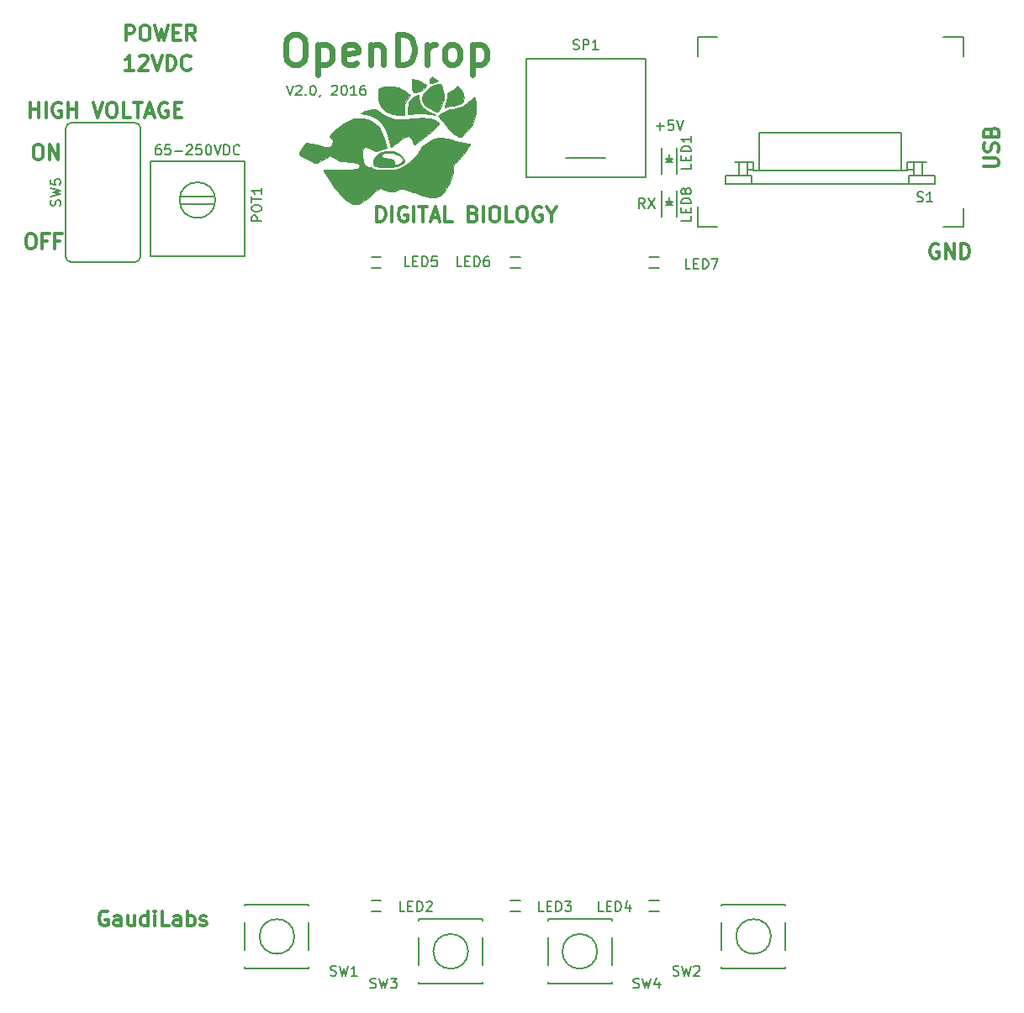
<source format=gto>
G04 #@! TF.FileFunction,Legend,Top*
%FSLAX46Y46*%
G04 Gerber Fmt 4.6, Leading zero omitted, Abs format (unit mm)*
G04 Created by KiCad (PCBNEW 0.201511241017+6328~38~ubuntu14.04.1-stable) date Mon 30 Nov 2015 09:24:39 AM CET*
%MOMM*%
G01*
G04 APERTURE LIST*
%ADD10C,0.100000*%
%ADD11C,0.300000*%
%ADD12C,0.200000*%
%ADD13C,0.600000*%
%ADD14C,0.150000*%
%ADD15C,0.010000*%
G04 APERTURE END LIST*
D10*
D11*
X147184571Y-57892857D02*
X148398857Y-57892857D01*
X148541714Y-57821429D01*
X148613143Y-57750000D01*
X148684571Y-57607143D01*
X148684571Y-57321429D01*
X148613143Y-57178571D01*
X148541714Y-57107143D01*
X148398857Y-57035714D01*
X147184571Y-57035714D01*
X148613143Y-56392857D02*
X148684571Y-56178571D01*
X148684571Y-55821428D01*
X148613143Y-55678571D01*
X148541714Y-55607142D01*
X148398857Y-55535714D01*
X148256000Y-55535714D01*
X148113143Y-55607142D01*
X148041714Y-55678571D01*
X147970286Y-55821428D01*
X147898857Y-56107142D01*
X147827429Y-56250000D01*
X147756000Y-56321428D01*
X147613143Y-56392857D01*
X147470286Y-56392857D01*
X147327429Y-56321428D01*
X147256000Y-56250000D01*
X147184571Y-56107142D01*
X147184571Y-55750000D01*
X147256000Y-55535714D01*
X147898857Y-54392857D02*
X147970286Y-54178571D01*
X148041714Y-54107143D01*
X148184571Y-54035714D01*
X148398857Y-54035714D01*
X148541714Y-54107143D01*
X148613143Y-54178571D01*
X148684571Y-54321429D01*
X148684571Y-54892857D01*
X147184571Y-54892857D01*
X147184571Y-54392857D01*
X147256000Y-54250000D01*
X147327429Y-54178571D01*
X147470286Y-54107143D01*
X147613143Y-54107143D01*
X147756000Y-54178571D01*
X147827429Y-54250000D01*
X147898857Y-54392857D01*
X147898857Y-54892857D01*
X58934571Y-133000000D02*
X58791714Y-132928571D01*
X58577428Y-132928571D01*
X58363143Y-133000000D01*
X58220285Y-133142857D01*
X58148857Y-133285714D01*
X58077428Y-133571429D01*
X58077428Y-133785714D01*
X58148857Y-134071429D01*
X58220285Y-134214286D01*
X58363143Y-134357143D01*
X58577428Y-134428571D01*
X58720285Y-134428571D01*
X58934571Y-134357143D01*
X59006000Y-134285714D01*
X59006000Y-133785714D01*
X58720285Y-133785714D01*
X60291714Y-134428571D02*
X60291714Y-133642857D01*
X60220285Y-133500000D01*
X60077428Y-133428571D01*
X59791714Y-133428571D01*
X59648857Y-133500000D01*
X60291714Y-134357143D02*
X60148857Y-134428571D01*
X59791714Y-134428571D01*
X59648857Y-134357143D01*
X59577428Y-134214286D01*
X59577428Y-134071429D01*
X59648857Y-133928571D01*
X59791714Y-133857143D01*
X60148857Y-133857143D01*
X60291714Y-133785714D01*
X61648857Y-133428571D02*
X61648857Y-134428571D01*
X61006000Y-133428571D02*
X61006000Y-134214286D01*
X61077428Y-134357143D01*
X61220286Y-134428571D01*
X61434571Y-134428571D01*
X61577428Y-134357143D01*
X61648857Y-134285714D01*
X63006000Y-134428571D02*
X63006000Y-132928571D01*
X63006000Y-134357143D02*
X62863143Y-134428571D01*
X62577429Y-134428571D01*
X62434571Y-134357143D01*
X62363143Y-134285714D01*
X62291714Y-134142857D01*
X62291714Y-133714286D01*
X62363143Y-133571429D01*
X62434571Y-133500000D01*
X62577429Y-133428571D01*
X62863143Y-133428571D01*
X63006000Y-133500000D01*
X63720286Y-134428571D02*
X63720286Y-133428571D01*
X63720286Y-132928571D02*
X63648857Y-133000000D01*
X63720286Y-133071429D01*
X63791714Y-133000000D01*
X63720286Y-132928571D01*
X63720286Y-133071429D01*
X65148858Y-134428571D02*
X64434572Y-134428571D01*
X64434572Y-132928571D01*
X66291715Y-134428571D02*
X66291715Y-133642857D01*
X66220286Y-133500000D01*
X66077429Y-133428571D01*
X65791715Y-133428571D01*
X65648858Y-133500000D01*
X66291715Y-134357143D02*
X66148858Y-134428571D01*
X65791715Y-134428571D01*
X65648858Y-134357143D01*
X65577429Y-134214286D01*
X65577429Y-134071429D01*
X65648858Y-133928571D01*
X65791715Y-133857143D01*
X66148858Y-133857143D01*
X66291715Y-133785714D01*
X67006001Y-134428571D02*
X67006001Y-132928571D01*
X67006001Y-133500000D02*
X67148858Y-133428571D01*
X67434572Y-133428571D01*
X67577429Y-133500000D01*
X67648858Y-133571429D01*
X67720287Y-133714286D01*
X67720287Y-134142857D01*
X67648858Y-134285714D01*
X67577429Y-134357143D01*
X67434572Y-134428571D01*
X67148858Y-134428571D01*
X67006001Y-134357143D01*
X68291715Y-134357143D02*
X68434572Y-134428571D01*
X68720287Y-134428571D01*
X68863144Y-134357143D01*
X68934572Y-134214286D01*
X68934572Y-134142857D01*
X68863144Y-134000000D01*
X68720287Y-133928571D01*
X68506001Y-133928571D01*
X68363144Y-133857143D01*
X68291715Y-133714286D01*
X68291715Y-133642857D01*
X68363144Y-133500000D01*
X68506001Y-133428571D01*
X68720287Y-133428571D01*
X68863144Y-133500000D01*
D12*
X76958381Y-49702381D02*
X77291714Y-50702381D01*
X77625048Y-49702381D01*
X77910762Y-49797619D02*
X77958381Y-49750000D01*
X78053619Y-49702381D01*
X78291715Y-49702381D01*
X78386953Y-49750000D01*
X78434572Y-49797619D01*
X78482191Y-49892857D01*
X78482191Y-49988095D01*
X78434572Y-50130952D01*
X77863143Y-50702381D01*
X78482191Y-50702381D01*
X78910762Y-50607143D02*
X78958381Y-50654762D01*
X78910762Y-50702381D01*
X78863143Y-50654762D01*
X78910762Y-50607143D01*
X78910762Y-50702381D01*
X79577428Y-49702381D02*
X79672667Y-49702381D01*
X79767905Y-49750000D01*
X79815524Y-49797619D01*
X79863143Y-49892857D01*
X79910762Y-50083333D01*
X79910762Y-50321429D01*
X79863143Y-50511905D01*
X79815524Y-50607143D01*
X79767905Y-50654762D01*
X79672667Y-50702381D01*
X79577428Y-50702381D01*
X79482190Y-50654762D01*
X79434571Y-50607143D01*
X79386952Y-50511905D01*
X79339333Y-50321429D01*
X79339333Y-50083333D01*
X79386952Y-49892857D01*
X79434571Y-49797619D01*
X79482190Y-49750000D01*
X79577428Y-49702381D01*
X80386952Y-50654762D02*
X80386952Y-50702381D01*
X80339333Y-50797619D01*
X80291714Y-50845238D01*
X81529809Y-49797619D02*
X81577428Y-49750000D01*
X81672666Y-49702381D01*
X81910762Y-49702381D01*
X82006000Y-49750000D01*
X82053619Y-49797619D01*
X82101238Y-49892857D01*
X82101238Y-49988095D01*
X82053619Y-50130952D01*
X81482190Y-50702381D01*
X82101238Y-50702381D01*
X82720285Y-49702381D02*
X82815524Y-49702381D01*
X82910762Y-49750000D01*
X82958381Y-49797619D01*
X83006000Y-49892857D01*
X83053619Y-50083333D01*
X83053619Y-50321429D01*
X83006000Y-50511905D01*
X82958381Y-50607143D01*
X82910762Y-50654762D01*
X82815524Y-50702381D01*
X82720285Y-50702381D01*
X82625047Y-50654762D01*
X82577428Y-50607143D01*
X82529809Y-50511905D01*
X82482190Y-50321429D01*
X82482190Y-50083333D01*
X82529809Y-49892857D01*
X82577428Y-49797619D01*
X82625047Y-49750000D01*
X82720285Y-49702381D01*
X84006000Y-50702381D02*
X83434571Y-50702381D01*
X83720285Y-50702381D02*
X83720285Y-49702381D01*
X83625047Y-49845238D01*
X83529809Y-49940476D01*
X83434571Y-49988095D01*
X84863143Y-49702381D02*
X84672666Y-49702381D01*
X84577428Y-49750000D01*
X84529809Y-49797619D01*
X84434571Y-49940476D01*
X84386952Y-50130952D01*
X84386952Y-50511905D01*
X84434571Y-50607143D01*
X84482190Y-50654762D01*
X84577428Y-50702381D01*
X84767905Y-50702381D01*
X84863143Y-50654762D01*
X84910762Y-50607143D01*
X84958381Y-50511905D01*
X84958381Y-50273810D01*
X84910762Y-50178571D01*
X84863143Y-50130952D01*
X84767905Y-50083333D01*
X84577428Y-50083333D01*
X84482190Y-50130952D01*
X84434571Y-50178571D01*
X84386952Y-50273810D01*
X64244096Y-55702381D02*
X64053619Y-55702381D01*
X63958381Y-55750000D01*
X63910762Y-55797619D01*
X63815524Y-55940476D01*
X63767905Y-56130952D01*
X63767905Y-56511905D01*
X63815524Y-56607143D01*
X63863143Y-56654762D01*
X63958381Y-56702381D01*
X64148858Y-56702381D01*
X64244096Y-56654762D01*
X64291715Y-56607143D01*
X64339334Y-56511905D01*
X64339334Y-56273810D01*
X64291715Y-56178571D01*
X64244096Y-56130952D01*
X64148858Y-56083333D01*
X63958381Y-56083333D01*
X63863143Y-56130952D01*
X63815524Y-56178571D01*
X63767905Y-56273810D01*
X65244096Y-55702381D02*
X64767905Y-55702381D01*
X64720286Y-56178571D01*
X64767905Y-56130952D01*
X64863143Y-56083333D01*
X65101239Y-56083333D01*
X65196477Y-56130952D01*
X65244096Y-56178571D01*
X65291715Y-56273810D01*
X65291715Y-56511905D01*
X65244096Y-56607143D01*
X65196477Y-56654762D01*
X65101239Y-56702381D01*
X64863143Y-56702381D01*
X64767905Y-56654762D01*
X64720286Y-56607143D01*
X65720286Y-56321429D02*
X66482191Y-56321429D01*
X66910762Y-55797619D02*
X66958381Y-55750000D01*
X67053619Y-55702381D01*
X67291715Y-55702381D01*
X67386953Y-55750000D01*
X67434572Y-55797619D01*
X67482191Y-55892857D01*
X67482191Y-55988095D01*
X67434572Y-56130952D01*
X66863143Y-56702381D01*
X67482191Y-56702381D01*
X68386953Y-55702381D02*
X67910762Y-55702381D01*
X67863143Y-56178571D01*
X67910762Y-56130952D01*
X68006000Y-56083333D01*
X68244096Y-56083333D01*
X68339334Y-56130952D01*
X68386953Y-56178571D01*
X68434572Y-56273810D01*
X68434572Y-56511905D01*
X68386953Y-56607143D01*
X68339334Y-56654762D01*
X68244096Y-56702381D01*
X68006000Y-56702381D01*
X67910762Y-56654762D01*
X67863143Y-56607143D01*
X69053619Y-55702381D02*
X69148858Y-55702381D01*
X69244096Y-55750000D01*
X69291715Y-55797619D01*
X69339334Y-55892857D01*
X69386953Y-56083333D01*
X69386953Y-56321429D01*
X69339334Y-56511905D01*
X69291715Y-56607143D01*
X69244096Y-56654762D01*
X69148858Y-56702381D01*
X69053619Y-56702381D01*
X68958381Y-56654762D01*
X68910762Y-56607143D01*
X68863143Y-56511905D01*
X68815524Y-56321429D01*
X68815524Y-56083333D01*
X68863143Y-55892857D01*
X68910762Y-55797619D01*
X68958381Y-55750000D01*
X69053619Y-55702381D01*
X69672667Y-55702381D02*
X70006000Y-56702381D01*
X70339334Y-55702381D01*
X70672667Y-56702381D02*
X70672667Y-55702381D01*
X70910762Y-55702381D01*
X71053620Y-55750000D01*
X71148858Y-55845238D01*
X71196477Y-55940476D01*
X71244096Y-56130952D01*
X71244096Y-56273810D01*
X71196477Y-56464286D01*
X71148858Y-56559524D01*
X71053620Y-56654762D01*
X70910762Y-56702381D01*
X70672667Y-56702381D01*
X72244096Y-56607143D02*
X72196477Y-56654762D01*
X72053620Y-56702381D01*
X71958382Y-56702381D01*
X71815524Y-56654762D01*
X71720286Y-56559524D01*
X71672667Y-56464286D01*
X71625048Y-56273810D01*
X71625048Y-56130952D01*
X71672667Y-55940476D01*
X71720286Y-55845238D01*
X71815524Y-55750000D01*
X71958382Y-55702381D01*
X72053620Y-55702381D01*
X72196477Y-55750000D01*
X72244096Y-55797619D01*
D11*
X142613143Y-65750000D02*
X142470286Y-65678571D01*
X142256000Y-65678571D01*
X142041715Y-65750000D01*
X141898857Y-65892857D01*
X141827429Y-66035714D01*
X141756000Y-66321429D01*
X141756000Y-66535714D01*
X141827429Y-66821429D01*
X141898857Y-66964286D01*
X142041715Y-67107143D01*
X142256000Y-67178571D01*
X142398857Y-67178571D01*
X142613143Y-67107143D01*
X142684572Y-67035714D01*
X142684572Y-66535714D01*
X142398857Y-66535714D01*
X143327429Y-67178571D02*
X143327429Y-65678571D01*
X144184572Y-67178571D01*
X144184572Y-65678571D01*
X144898858Y-67178571D02*
X144898858Y-65678571D01*
X145256001Y-65678571D01*
X145470286Y-65750000D01*
X145613144Y-65892857D01*
X145684572Y-66035714D01*
X145756001Y-66321429D01*
X145756001Y-66535714D01*
X145684572Y-66821429D01*
X145613144Y-66964286D01*
X145470286Y-67107143D01*
X145256001Y-67178571D01*
X144898858Y-67178571D01*
D12*
X114208286Y-53843429D02*
X114970191Y-53843429D01*
X114589239Y-54224381D02*
X114589239Y-53462476D01*
X115922572Y-53224381D02*
X115446381Y-53224381D01*
X115398762Y-53700571D01*
X115446381Y-53652952D01*
X115541619Y-53605333D01*
X115779715Y-53605333D01*
X115874953Y-53652952D01*
X115922572Y-53700571D01*
X115970191Y-53795810D01*
X115970191Y-54033905D01*
X115922572Y-54129143D01*
X115874953Y-54176762D01*
X115779715Y-54224381D01*
X115541619Y-54224381D01*
X115446381Y-54176762D01*
X115398762Y-54129143D01*
X116255905Y-53224381D02*
X116589238Y-54224381D01*
X116922572Y-53224381D01*
X113041334Y-62098381D02*
X112708000Y-61622190D01*
X112469905Y-62098381D02*
X112469905Y-61098381D01*
X112850858Y-61098381D01*
X112946096Y-61146000D01*
X112993715Y-61193619D01*
X113041334Y-61288857D01*
X113041334Y-61431714D01*
X112993715Y-61526952D01*
X112946096Y-61574571D01*
X112850858Y-61622190D01*
X112469905Y-61622190D01*
X113374667Y-61098381D02*
X114041334Y-62098381D01*
X114041334Y-61098381D02*
X113374667Y-62098381D01*
D11*
X61577429Y-48178571D02*
X60720286Y-48178571D01*
X61148858Y-48178571D02*
X61148858Y-46678571D01*
X61006001Y-46892857D01*
X60863143Y-47035714D01*
X60720286Y-47107143D01*
X62148857Y-46821429D02*
X62220286Y-46750000D01*
X62363143Y-46678571D01*
X62720286Y-46678571D01*
X62863143Y-46750000D01*
X62934572Y-46821429D01*
X63006000Y-46964286D01*
X63006000Y-47107143D01*
X62934572Y-47321429D01*
X62077429Y-48178571D01*
X63006000Y-48178571D01*
X63434571Y-46678571D02*
X63934571Y-48178571D01*
X64434571Y-46678571D01*
X64934571Y-48178571D02*
X64934571Y-46678571D01*
X65291714Y-46678571D01*
X65505999Y-46750000D01*
X65648857Y-46892857D01*
X65720285Y-47035714D01*
X65791714Y-47321429D01*
X65791714Y-47535714D01*
X65720285Y-47821429D01*
X65648857Y-47964286D01*
X65505999Y-48107143D01*
X65291714Y-48178571D01*
X64934571Y-48178571D01*
X67291714Y-48035714D02*
X67220285Y-48107143D01*
X67005999Y-48178571D01*
X66863142Y-48178571D01*
X66648857Y-48107143D01*
X66505999Y-47964286D01*
X66434571Y-47821429D01*
X66363142Y-47535714D01*
X66363142Y-47321429D01*
X66434571Y-47035714D01*
X66505999Y-46892857D01*
X66648857Y-46750000D01*
X66863142Y-46678571D01*
X67005999Y-46678571D01*
X67220285Y-46750000D01*
X67291714Y-46821429D01*
X60791714Y-45178571D02*
X60791714Y-43678571D01*
X61363142Y-43678571D01*
X61506000Y-43750000D01*
X61577428Y-43821429D01*
X61648857Y-43964286D01*
X61648857Y-44178571D01*
X61577428Y-44321429D01*
X61506000Y-44392857D01*
X61363142Y-44464286D01*
X60791714Y-44464286D01*
X62577428Y-43678571D02*
X62863142Y-43678571D01*
X63006000Y-43750000D01*
X63148857Y-43892857D01*
X63220285Y-44178571D01*
X63220285Y-44678571D01*
X63148857Y-44964286D01*
X63006000Y-45107143D01*
X62863142Y-45178571D01*
X62577428Y-45178571D01*
X62434571Y-45107143D01*
X62291714Y-44964286D01*
X62220285Y-44678571D01*
X62220285Y-44178571D01*
X62291714Y-43892857D01*
X62434571Y-43750000D01*
X62577428Y-43678571D01*
X63720286Y-43678571D02*
X64077429Y-45178571D01*
X64363143Y-44107143D01*
X64648857Y-45178571D01*
X65006000Y-43678571D01*
X65577429Y-44392857D02*
X66077429Y-44392857D01*
X66291715Y-45178571D02*
X65577429Y-45178571D01*
X65577429Y-43678571D01*
X66291715Y-43678571D01*
X67791715Y-45178571D02*
X67291715Y-44464286D01*
X66934572Y-45178571D02*
X66934572Y-43678571D01*
X67506000Y-43678571D01*
X67648858Y-43750000D01*
X67720286Y-43821429D01*
X67791715Y-43964286D01*
X67791715Y-44178571D01*
X67720286Y-44321429D01*
X67648858Y-44392857D01*
X67506000Y-44464286D01*
X66934572Y-44464286D01*
X51077429Y-64678571D02*
X51363143Y-64678571D01*
X51506001Y-64750000D01*
X51648858Y-64892857D01*
X51720286Y-65178571D01*
X51720286Y-65678571D01*
X51648858Y-65964286D01*
X51506001Y-66107143D01*
X51363143Y-66178571D01*
X51077429Y-66178571D01*
X50934572Y-66107143D01*
X50791715Y-65964286D01*
X50720286Y-65678571D01*
X50720286Y-65178571D01*
X50791715Y-64892857D01*
X50934572Y-64750000D01*
X51077429Y-64678571D01*
X52863144Y-65392857D02*
X52363144Y-65392857D01*
X52363144Y-66178571D02*
X52363144Y-64678571D01*
X53077430Y-64678571D01*
X54148858Y-65392857D02*
X53648858Y-65392857D01*
X53648858Y-66178571D02*
X53648858Y-64678571D01*
X54363144Y-64678571D01*
X51827428Y-55678571D02*
X52113142Y-55678571D01*
X52256000Y-55750000D01*
X52398857Y-55892857D01*
X52470285Y-56178571D01*
X52470285Y-56678571D01*
X52398857Y-56964286D01*
X52256000Y-57107143D01*
X52113142Y-57178571D01*
X51827428Y-57178571D01*
X51684571Y-57107143D01*
X51541714Y-56964286D01*
X51470285Y-56678571D01*
X51470285Y-56178571D01*
X51541714Y-55892857D01*
X51684571Y-55750000D01*
X51827428Y-55678571D01*
X53113143Y-57178571D02*
X53113143Y-55678571D01*
X53970286Y-57178571D01*
X53970286Y-55678571D01*
X51184571Y-52928571D02*
X51184571Y-51428571D01*
X51184571Y-52142857D02*
X52041714Y-52142857D01*
X52041714Y-52928571D02*
X52041714Y-51428571D01*
X52756000Y-52928571D02*
X52756000Y-51428571D01*
X54256000Y-51500000D02*
X54113143Y-51428571D01*
X53898857Y-51428571D01*
X53684572Y-51500000D01*
X53541714Y-51642857D01*
X53470286Y-51785714D01*
X53398857Y-52071429D01*
X53398857Y-52285714D01*
X53470286Y-52571429D01*
X53541714Y-52714286D01*
X53684572Y-52857143D01*
X53898857Y-52928571D01*
X54041714Y-52928571D01*
X54256000Y-52857143D01*
X54327429Y-52785714D01*
X54327429Y-52285714D01*
X54041714Y-52285714D01*
X54970286Y-52928571D02*
X54970286Y-51428571D01*
X54970286Y-52142857D02*
X55827429Y-52142857D01*
X55827429Y-52928571D02*
X55827429Y-51428571D01*
X57470286Y-51428571D02*
X57970286Y-52928571D01*
X58470286Y-51428571D01*
X59256000Y-51428571D02*
X59541714Y-51428571D01*
X59684572Y-51500000D01*
X59827429Y-51642857D01*
X59898857Y-51928571D01*
X59898857Y-52428571D01*
X59827429Y-52714286D01*
X59684572Y-52857143D01*
X59541714Y-52928571D01*
X59256000Y-52928571D01*
X59113143Y-52857143D01*
X58970286Y-52714286D01*
X58898857Y-52428571D01*
X58898857Y-51928571D01*
X58970286Y-51642857D01*
X59113143Y-51500000D01*
X59256000Y-51428571D01*
X61256001Y-52928571D02*
X60541715Y-52928571D01*
X60541715Y-51428571D01*
X61541715Y-51428571D02*
X62398858Y-51428571D01*
X61970287Y-52928571D02*
X61970287Y-51428571D01*
X62827429Y-52500000D02*
X63541715Y-52500000D01*
X62684572Y-52928571D02*
X63184572Y-51428571D01*
X63684572Y-52928571D01*
X64970286Y-51500000D02*
X64827429Y-51428571D01*
X64613143Y-51428571D01*
X64398858Y-51500000D01*
X64256000Y-51642857D01*
X64184572Y-51785714D01*
X64113143Y-52071429D01*
X64113143Y-52285714D01*
X64184572Y-52571429D01*
X64256000Y-52714286D01*
X64398858Y-52857143D01*
X64613143Y-52928571D01*
X64756000Y-52928571D01*
X64970286Y-52857143D01*
X65041715Y-52785714D01*
X65041715Y-52285714D01*
X64756000Y-52285714D01*
X65684572Y-52142857D02*
X66184572Y-52142857D01*
X66398858Y-52928571D02*
X65684572Y-52928571D01*
X65684572Y-51428571D01*
X66398858Y-51428571D01*
D13*
X77577428Y-44607143D02*
X78148857Y-44607143D01*
X78434571Y-44750000D01*
X78720285Y-45035714D01*
X78863143Y-45607143D01*
X78863143Y-46607143D01*
X78720285Y-47178571D01*
X78434571Y-47464286D01*
X78148857Y-47607143D01*
X77577428Y-47607143D01*
X77291714Y-47464286D01*
X77006000Y-47178571D01*
X76863143Y-46607143D01*
X76863143Y-45607143D01*
X77006000Y-45035714D01*
X77291714Y-44750000D01*
X77577428Y-44607143D01*
X80148857Y-45607143D02*
X80148857Y-48607143D01*
X80148857Y-45750000D02*
X80434571Y-45607143D01*
X81006000Y-45607143D01*
X81291714Y-45750000D01*
X81434571Y-45892857D01*
X81577428Y-46178571D01*
X81577428Y-47035714D01*
X81434571Y-47321429D01*
X81291714Y-47464286D01*
X81006000Y-47607143D01*
X80434571Y-47607143D01*
X80148857Y-47464286D01*
X84006000Y-47464286D02*
X83720286Y-47607143D01*
X83148857Y-47607143D01*
X82863143Y-47464286D01*
X82720286Y-47178571D01*
X82720286Y-46035714D01*
X82863143Y-45750000D01*
X83148857Y-45607143D01*
X83720286Y-45607143D01*
X84006000Y-45750000D01*
X84148857Y-46035714D01*
X84148857Y-46321429D01*
X82720286Y-46607143D01*
X85434572Y-45607143D02*
X85434572Y-47607143D01*
X85434572Y-45892857D02*
X85577429Y-45750000D01*
X85863143Y-45607143D01*
X86291715Y-45607143D01*
X86577429Y-45750000D01*
X86720286Y-46035714D01*
X86720286Y-47607143D01*
X88148858Y-47607143D02*
X88148858Y-44607143D01*
X88863143Y-44607143D01*
X89291715Y-44750000D01*
X89577429Y-45035714D01*
X89720286Y-45321429D01*
X89863143Y-45892857D01*
X89863143Y-46321429D01*
X89720286Y-46892857D01*
X89577429Y-47178571D01*
X89291715Y-47464286D01*
X88863143Y-47607143D01*
X88148858Y-47607143D01*
X91148858Y-47607143D02*
X91148858Y-45607143D01*
X91148858Y-46178571D02*
X91291715Y-45892857D01*
X91434572Y-45750000D01*
X91720286Y-45607143D01*
X92006001Y-45607143D01*
X93434572Y-47607143D02*
X93148858Y-47464286D01*
X93006001Y-47321429D01*
X92863144Y-47035714D01*
X92863144Y-46178571D01*
X93006001Y-45892857D01*
X93148858Y-45750000D01*
X93434572Y-45607143D01*
X93863144Y-45607143D01*
X94148858Y-45750000D01*
X94291715Y-45892857D01*
X94434572Y-46178571D01*
X94434572Y-47035714D01*
X94291715Y-47321429D01*
X94148858Y-47464286D01*
X93863144Y-47607143D01*
X93434572Y-47607143D01*
X95720287Y-45607143D02*
X95720287Y-48607143D01*
X95720287Y-45750000D02*
X96006001Y-45607143D01*
X96577430Y-45607143D01*
X96863144Y-45750000D01*
X97006001Y-45892857D01*
X97148858Y-46178571D01*
X97148858Y-47035714D01*
X97006001Y-47321429D01*
X96863144Y-47464286D01*
X96577430Y-47607143D01*
X96006001Y-47607143D01*
X95720287Y-47464286D01*
D11*
X86077428Y-63428571D02*
X86077428Y-61928571D01*
X86434571Y-61928571D01*
X86648856Y-62000000D01*
X86791714Y-62142857D01*
X86863142Y-62285714D01*
X86934571Y-62571429D01*
X86934571Y-62785714D01*
X86863142Y-63071429D01*
X86791714Y-63214286D01*
X86648856Y-63357143D01*
X86434571Y-63428571D01*
X86077428Y-63428571D01*
X87577428Y-63428571D02*
X87577428Y-61928571D01*
X89077428Y-62000000D02*
X88934571Y-61928571D01*
X88720285Y-61928571D01*
X88506000Y-62000000D01*
X88363142Y-62142857D01*
X88291714Y-62285714D01*
X88220285Y-62571429D01*
X88220285Y-62785714D01*
X88291714Y-63071429D01*
X88363142Y-63214286D01*
X88506000Y-63357143D01*
X88720285Y-63428571D01*
X88863142Y-63428571D01*
X89077428Y-63357143D01*
X89148857Y-63285714D01*
X89148857Y-62785714D01*
X88863142Y-62785714D01*
X89791714Y-63428571D02*
X89791714Y-61928571D01*
X90291714Y-61928571D02*
X91148857Y-61928571D01*
X90720286Y-63428571D02*
X90720286Y-61928571D01*
X91577428Y-63000000D02*
X92291714Y-63000000D01*
X91434571Y-63428571D02*
X91934571Y-61928571D01*
X92434571Y-63428571D01*
X93648857Y-63428571D02*
X92934571Y-63428571D01*
X92934571Y-61928571D01*
X95791714Y-62642857D02*
X96006000Y-62714286D01*
X96077428Y-62785714D01*
X96148857Y-62928571D01*
X96148857Y-63142857D01*
X96077428Y-63285714D01*
X96006000Y-63357143D01*
X95863142Y-63428571D01*
X95291714Y-63428571D01*
X95291714Y-61928571D01*
X95791714Y-61928571D01*
X95934571Y-62000000D01*
X96006000Y-62071429D01*
X96077428Y-62214286D01*
X96077428Y-62357143D01*
X96006000Y-62500000D01*
X95934571Y-62571429D01*
X95791714Y-62642857D01*
X95291714Y-62642857D01*
X96791714Y-63428571D02*
X96791714Y-61928571D01*
X97791714Y-61928571D02*
X98077428Y-61928571D01*
X98220286Y-62000000D01*
X98363143Y-62142857D01*
X98434571Y-62428571D01*
X98434571Y-62928571D01*
X98363143Y-63214286D01*
X98220286Y-63357143D01*
X98077428Y-63428571D01*
X97791714Y-63428571D01*
X97648857Y-63357143D01*
X97506000Y-63214286D01*
X97434571Y-62928571D01*
X97434571Y-62428571D01*
X97506000Y-62142857D01*
X97648857Y-62000000D01*
X97791714Y-61928571D01*
X99791715Y-63428571D02*
X99077429Y-63428571D01*
X99077429Y-61928571D01*
X100577429Y-61928571D02*
X100863143Y-61928571D01*
X101006001Y-62000000D01*
X101148858Y-62142857D01*
X101220286Y-62428571D01*
X101220286Y-62928571D01*
X101148858Y-63214286D01*
X101006001Y-63357143D01*
X100863143Y-63428571D01*
X100577429Y-63428571D01*
X100434572Y-63357143D01*
X100291715Y-63214286D01*
X100220286Y-62928571D01*
X100220286Y-62428571D01*
X100291715Y-62142857D01*
X100434572Y-62000000D01*
X100577429Y-61928571D01*
X102648858Y-62000000D02*
X102506001Y-61928571D01*
X102291715Y-61928571D01*
X102077430Y-62000000D01*
X101934572Y-62142857D01*
X101863144Y-62285714D01*
X101791715Y-62571429D01*
X101791715Y-62785714D01*
X101863144Y-63071429D01*
X101934572Y-63214286D01*
X102077430Y-63357143D01*
X102291715Y-63428571D01*
X102434572Y-63428571D01*
X102648858Y-63357143D01*
X102720287Y-63285714D01*
X102720287Y-62785714D01*
X102434572Y-62785714D01*
X103648858Y-62714286D02*
X103648858Y-63428571D01*
X103148858Y-61928571D02*
X103648858Y-62714286D01*
X104148858Y-61928571D01*
D14*
X77750714Y-135500000D02*
G75*
G03X77750714Y-135500000I-1750714J0D01*
G01*
X79225000Y-132275000D02*
X79225000Y-132400000D01*
X79225000Y-138725000D02*
X79225000Y-138600000D01*
X72775000Y-138725000D02*
X72775000Y-138600000D01*
X72775000Y-132400000D02*
X72775000Y-132275000D01*
X79225000Y-134100000D02*
X79225000Y-136900000D01*
X72775000Y-132275000D02*
X79225000Y-132275000D01*
X72775000Y-134100000D02*
X72775000Y-136900000D01*
X72775000Y-138725000D02*
X79225000Y-138725000D01*
X125750714Y-135500000D02*
G75*
G03X125750714Y-135500000I-1750714J0D01*
G01*
X127225000Y-132275000D02*
X127225000Y-132400000D01*
X127225000Y-138725000D02*
X127225000Y-138600000D01*
X120775000Y-138725000D02*
X120775000Y-138600000D01*
X120775000Y-132400000D02*
X120775000Y-132275000D01*
X127225000Y-134100000D02*
X127225000Y-136900000D01*
X120775000Y-132275000D02*
X127225000Y-132275000D01*
X120775000Y-134100000D02*
X120775000Y-136900000D01*
X120775000Y-138725000D02*
X127225000Y-138725000D01*
X95250714Y-137000000D02*
G75*
G03X95250714Y-137000000I-1750714J0D01*
G01*
X96725000Y-133775000D02*
X96725000Y-133900000D01*
X96725000Y-140225000D02*
X96725000Y-140100000D01*
X90275000Y-140225000D02*
X90275000Y-140100000D01*
X90275000Y-133900000D02*
X90275000Y-133775000D01*
X96725000Y-135600000D02*
X96725000Y-138400000D01*
X90275000Y-133775000D02*
X96725000Y-133775000D01*
X90275000Y-135600000D02*
X90275000Y-138400000D01*
X90275000Y-140225000D02*
X96725000Y-140225000D01*
X66296000Y-60899000D02*
X69696000Y-60899000D01*
X66296000Y-61659000D02*
X69696000Y-61659000D01*
X63231000Y-57389000D02*
X72761000Y-57389000D01*
X72761000Y-57389000D02*
X72761000Y-66919000D01*
X72761000Y-66919000D02*
X63231000Y-66919000D01*
X63231000Y-66919000D02*
X63231000Y-57389000D01*
X69797735Y-61279000D02*
G75*
G03X69797735Y-61279000I-1801735J0D01*
G01*
X145150000Y-44800000D02*
X143150000Y-44800000D01*
X145150000Y-44800000D02*
X145150000Y-46800000D01*
X145150000Y-64000000D02*
X145150000Y-62100000D01*
X145150000Y-64000000D02*
X143150000Y-64000000D01*
X118350000Y-64000000D02*
X120350000Y-64000000D01*
X118350000Y-64000000D02*
X118350000Y-61900000D01*
X118350000Y-44800000D02*
X118350000Y-46800000D01*
X118350000Y-44800000D02*
X120350000Y-44800000D01*
X124587200Y-54460000D02*
X124587200Y-58278000D01*
X122087200Y-57465200D02*
X123992200Y-57465200D01*
X123992200Y-57465200D02*
X123992200Y-58278000D01*
X123992200Y-58278000D02*
X139507800Y-58278000D01*
X139507800Y-58278000D02*
X139507800Y-57465200D01*
X139507800Y-57465200D02*
X141412800Y-57465200D01*
X138912800Y-58278000D02*
X138912800Y-54460000D01*
X140955600Y-57465200D02*
X140955600Y-58836800D01*
X139507800Y-58176400D02*
X140142800Y-58176400D01*
X140142800Y-57465200D02*
X140142800Y-58836800D01*
X123992200Y-58176400D02*
X123357200Y-58176400D01*
X122544400Y-57465200D02*
X122544400Y-58836800D01*
X123357200Y-57465200D02*
X123357200Y-58836800D01*
X121198200Y-59649600D02*
X121198200Y-58836800D01*
X121198200Y-58836800D02*
X123839800Y-58836800D01*
X123839800Y-58836800D02*
X123839800Y-59649600D01*
X121198200Y-59649600D02*
X142301800Y-59649600D01*
X142301800Y-59649600D02*
X142301800Y-58836800D01*
X142301800Y-58836800D02*
X139660200Y-58836800D01*
X139660200Y-58836800D02*
X139660200Y-59649600D01*
X124587200Y-54460000D02*
X138912800Y-54460000D01*
X86500000Y-131853200D02*
X85500000Y-131853200D01*
X85500000Y-132994400D02*
X86500000Y-132994400D01*
X100500000Y-131853200D02*
X99500000Y-131853200D01*
X99500000Y-132994400D02*
X100500000Y-132994400D01*
X114500000Y-131853200D02*
X113500000Y-131853200D01*
X113500000Y-132994400D02*
X114500000Y-132994400D01*
X85500000Y-68146800D02*
X86500000Y-68146800D01*
X86500000Y-67005600D02*
X85500000Y-67005600D01*
X99500000Y-68146800D02*
X100500000Y-68146800D01*
X100500000Y-67005600D02*
X99500000Y-67005600D01*
X108250714Y-137000000D02*
G75*
G03X108250714Y-137000000I-1750714J0D01*
G01*
X109725000Y-133775000D02*
X109725000Y-133900000D01*
X109725000Y-140225000D02*
X109725000Y-140100000D01*
X103275000Y-140225000D02*
X103275000Y-140100000D01*
X103275000Y-133900000D02*
X103275000Y-133775000D01*
X109725000Y-135600000D02*
X109725000Y-138400000D01*
X103275000Y-133775000D02*
X109725000Y-133775000D01*
X103275000Y-135600000D02*
X103275000Y-138400000D01*
X103275000Y-140225000D02*
X109725000Y-140225000D01*
X113500000Y-68146800D02*
X114500000Y-68146800D01*
X114500000Y-67005600D02*
X113500000Y-67005600D01*
D15*
G36*
X84695175Y-53060626D02*
X85068988Y-53122416D01*
X85179417Y-53155450D01*
X85613927Y-53348792D01*
X85986121Y-53598344D01*
X86264884Y-53883004D01*
X86277545Y-53900167D01*
X86377292Y-54075036D01*
X86498528Y-54344958D01*
X86630805Y-54682069D01*
X86763670Y-55058504D01*
X86886674Y-55446400D01*
X86973344Y-55755379D01*
X87035213Y-55992509D01*
X86771088Y-56063630D01*
X86538873Y-56139390D01*
X86313193Y-56232635D01*
X86284357Y-56246683D01*
X86179370Y-56296070D01*
X86088714Y-56318628D01*
X85982515Y-56310154D01*
X85830900Y-56266445D01*
X85603994Y-56183298D01*
X85469879Y-56132093D01*
X85173247Y-56024237D01*
X84970578Y-55965832D01*
X84840998Y-55952100D01*
X84772025Y-55972423D01*
X84678894Y-56098034D01*
X84619332Y-56317319D01*
X84594669Y-56601109D01*
X84606237Y-56920237D01*
X84655370Y-57245536D01*
X84705132Y-57437046D01*
X84811211Y-57636970D01*
X84979192Y-57813721D01*
X85169690Y-57932630D01*
X85302666Y-57963000D01*
X85449947Y-57992189D01*
X85644073Y-58065809D01*
X85726419Y-58105875D01*
X85845745Y-58162717D01*
X85967724Y-58202225D01*
X86118147Y-58227489D01*
X86322803Y-58241599D01*
X86607481Y-58247643D01*
X86919000Y-58248750D01*
X87341598Y-58244294D01*
X87665924Y-58229232D01*
X87920450Y-58201021D01*
X88133649Y-58157116D01*
X88220750Y-58132461D01*
X88762216Y-57903606D01*
X89275390Y-57562351D01*
X89744743Y-57122656D01*
X90154747Y-56598477D01*
X90411402Y-56163260D01*
X90510474Y-55995668D01*
X90630335Y-55855094D01*
X90799498Y-55714829D01*
X91046475Y-55548162D01*
X91113123Y-55505905D01*
X91526784Y-55267087D01*
X91905884Y-55102482D01*
X92275287Y-55010254D01*
X92659859Y-54988566D01*
X93084465Y-55035580D01*
X93573970Y-55149460D01*
X94036562Y-55289927D01*
X94404061Y-55401450D01*
X94734014Y-55486384D01*
X94996959Y-55537734D01*
X95131937Y-55550000D01*
X95305946Y-55557446D01*
X95412398Y-55576354D01*
X95428000Y-55588736D01*
X95400234Y-55660436D01*
X95327506Y-55810820D01*
X95227502Y-56003645D01*
X95036516Y-56315581D01*
X94790608Y-56650967D01*
X94519174Y-56974433D01*
X94251608Y-57250608D01*
X94048624Y-57422155D01*
X93906606Y-57530621D01*
X93827277Y-57623390D01*
X93791814Y-57742828D01*
X93781396Y-57931301D01*
X93780126Y-58026500D01*
X93730917Y-58550493D01*
X93589211Y-59075151D01*
X93410646Y-59504039D01*
X93234765Y-59829737D01*
X93017461Y-60162223D01*
X92784083Y-60467328D01*
X92559978Y-60710881D01*
X92438076Y-60815054D01*
X92196569Y-60936617D01*
X91886389Y-60992046D01*
X91500340Y-60980506D01*
X91031224Y-60901163D01*
X90471844Y-60753181D01*
X89815004Y-60535727D01*
X89713000Y-60499017D01*
X89311299Y-60354031D01*
X89006502Y-60249696D01*
X88776097Y-60183431D01*
X88597572Y-60152655D01*
X88448413Y-60154787D01*
X88306110Y-60187247D01*
X88148151Y-60247454D01*
X88016601Y-60304555D01*
X87790484Y-60398800D01*
X87614657Y-60448878D01*
X87453629Y-60452216D01*
X87271906Y-60406245D01*
X87033996Y-60308392D01*
X86840109Y-60219332D01*
X86601467Y-60124792D01*
X86417973Y-60084553D01*
X86349595Y-60089584D01*
X86256512Y-60146362D01*
X86093483Y-60272446D01*
X85882709Y-60449747D01*
X85646392Y-60660177D01*
X85623247Y-60681392D01*
X85186853Y-61063341D01*
X84811674Y-61348541D01*
X84486090Y-61544279D01*
X84198478Y-61657845D01*
X84010795Y-61692605D01*
X83819133Y-61696369D01*
X83641128Y-61659865D01*
X83427971Y-61570459D01*
X83311466Y-61511625D01*
X82946999Y-61274571D01*
X82567634Y-60939668D01*
X82479822Y-60849689D01*
X82318029Y-60665485D01*
X82123152Y-60421787D01*
X81906326Y-60134958D01*
X81678688Y-59821360D01*
X81451375Y-59497355D01*
X81235522Y-59179307D01*
X81042267Y-58883577D01*
X80882745Y-58626528D01*
X80768094Y-58424523D01*
X80709448Y-58293923D01*
X80711432Y-58251429D01*
X80794624Y-58243461D01*
X80986722Y-58234396D01*
X81269642Y-58224791D01*
X81625301Y-58215201D01*
X82035614Y-58206184D01*
X82390489Y-58199766D01*
X82896324Y-58190418D01*
X83290804Y-58180185D01*
X83589570Y-58167886D01*
X83808268Y-58152341D01*
X83962541Y-58132370D01*
X84068032Y-58106791D01*
X84140384Y-58074425D01*
X84152614Y-58066799D01*
X84278772Y-57927273D01*
X84313551Y-57760443D01*
X84250400Y-57610421D01*
X84224118Y-57585210D01*
X84128021Y-57551718D01*
X83932965Y-57515978D01*
X83666832Y-57482161D01*
X83357501Y-57454442D01*
X83343753Y-57453457D01*
X82838231Y-57403436D01*
X82429280Y-57327536D01*
X82087657Y-57217190D01*
X81784118Y-57063829D01*
X81601869Y-56943132D01*
X81328821Y-56747043D01*
X81123535Y-56920262D01*
X80953331Y-57041290D01*
X80722670Y-57176331D01*
X80466182Y-57308436D01*
X80218493Y-57420656D01*
X80014230Y-57496041D01*
X79901323Y-57518500D01*
X79797797Y-57491321D01*
X79606420Y-57416870D01*
X79352372Y-57305774D01*
X79060835Y-57168658D01*
X78988799Y-57133411D01*
X78677222Y-56978466D01*
X78463226Y-56866164D01*
X78330003Y-56783971D01*
X78260747Y-56719352D01*
X78238651Y-56659774D01*
X78246907Y-56592702D01*
X78249513Y-56582061D01*
X78333022Y-56366960D01*
X78478569Y-56102008D01*
X78661174Y-55829854D01*
X78775634Y-55683822D01*
X78956189Y-55468394D01*
X79905469Y-55699707D01*
X80248790Y-55780703D01*
X80560453Y-55849317D01*
X80814111Y-55900110D01*
X80983416Y-55927648D01*
X81026387Y-55931010D01*
X81287942Y-55884642D01*
X81490977Y-55758057D01*
X81577997Y-55635259D01*
X81641930Y-55422806D01*
X81603234Y-55251037D01*
X81455837Y-55081829D01*
X81263175Y-54910166D01*
X81376462Y-54715557D01*
X81525162Y-54524740D01*
X81762100Y-54295040D01*
X82062141Y-54044804D01*
X82400149Y-53792379D01*
X82750987Y-53556112D01*
X83089521Y-53354350D01*
X83390613Y-53205440D01*
X83506546Y-53160781D01*
X83861216Y-53079976D01*
X84275006Y-53046535D01*
X84695175Y-53060626D01*
X84695175Y-53060626D01*
G37*
X84695175Y-53060626D02*
X85068988Y-53122416D01*
X85179417Y-53155450D01*
X85613927Y-53348792D01*
X85986121Y-53598344D01*
X86264884Y-53883004D01*
X86277545Y-53900167D01*
X86377292Y-54075036D01*
X86498528Y-54344958D01*
X86630805Y-54682069D01*
X86763670Y-55058504D01*
X86886674Y-55446400D01*
X86973344Y-55755379D01*
X87035213Y-55992509D01*
X86771088Y-56063630D01*
X86538873Y-56139390D01*
X86313193Y-56232635D01*
X86284357Y-56246683D01*
X86179370Y-56296070D01*
X86088714Y-56318628D01*
X85982515Y-56310154D01*
X85830900Y-56266445D01*
X85603994Y-56183298D01*
X85469879Y-56132093D01*
X85173247Y-56024237D01*
X84970578Y-55965832D01*
X84840998Y-55952100D01*
X84772025Y-55972423D01*
X84678894Y-56098034D01*
X84619332Y-56317319D01*
X84594669Y-56601109D01*
X84606237Y-56920237D01*
X84655370Y-57245536D01*
X84705132Y-57437046D01*
X84811211Y-57636970D01*
X84979192Y-57813721D01*
X85169690Y-57932630D01*
X85302666Y-57963000D01*
X85449947Y-57992189D01*
X85644073Y-58065809D01*
X85726419Y-58105875D01*
X85845745Y-58162717D01*
X85967724Y-58202225D01*
X86118147Y-58227489D01*
X86322803Y-58241599D01*
X86607481Y-58247643D01*
X86919000Y-58248750D01*
X87341598Y-58244294D01*
X87665924Y-58229232D01*
X87920450Y-58201021D01*
X88133649Y-58157116D01*
X88220750Y-58132461D01*
X88762216Y-57903606D01*
X89275390Y-57562351D01*
X89744743Y-57122656D01*
X90154747Y-56598477D01*
X90411402Y-56163260D01*
X90510474Y-55995668D01*
X90630335Y-55855094D01*
X90799498Y-55714829D01*
X91046475Y-55548162D01*
X91113123Y-55505905D01*
X91526784Y-55267087D01*
X91905884Y-55102482D01*
X92275287Y-55010254D01*
X92659859Y-54988566D01*
X93084465Y-55035580D01*
X93573970Y-55149460D01*
X94036562Y-55289927D01*
X94404061Y-55401450D01*
X94734014Y-55486384D01*
X94996959Y-55537734D01*
X95131937Y-55550000D01*
X95305946Y-55557446D01*
X95412398Y-55576354D01*
X95428000Y-55588736D01*
X95400234Y-55660436D01*
X95327506Y-55810820D01*
X95227502Y-56003645D01*
X95036516Y-56315581D01*
X94790608Y-56650967D01*
X94519174Y-56974433D01*
X94251608Y-57250608D01*
X94048624Y-57422155D01*
X93906606Y-57530621D01*
X93827277Y-57623390D01*
X93791814Y-57742828D01*
X93781396Y-57931301D01*
X93780126Y-58026500D01*
X93730917Y-58550493D01*
X93589211Y-59075151D01*
X93410646Y-59504039D01*
X93234765Y-59829737D01*
X93017461Y-60162223D01*
X92784083Y-60467328D01*
X92559978Y-60710881D01*
X92438076Y-60815054D01*
X92196569Y-60936617D01*
X91886389Y-60992046D01*
X91500340Y-60980506D01*
X91031224Y-60901163D01*
X90471844Y-60753181D01*
X89815004Y-60535727D01*
X89713000Y-60499017D01*
X89311299Y-60354031D01*
X89006502Y-60249696D01*
X88776097Y-60183431D01*
X88597572Y-60152655D01*
X88448413Y-60154787D01*
X88306110Y-60187247D01*
X88148151Y-60247454D01*
X88016601Y-60304555D01*
X87790484Y-60398800D01*
X87614657Y-60448878D01*
X87453629Y-60452216D01*
X87271906Y-60406245D01*
X87033996Y-60308392D01*
X86840109Y-60219332D01*
X86601467Y-60124792D01*
X86417973Y-60084553D01*
X86349595Y-60089584D01*
X86256512Y-60146362D01*
X86093483Y-60272446D01*
X85882709Y-60449747D01*
X85646392Y-60660177D01*
X85623247Y-60681392D01*
X85186853Y-61063341D01*
X84811674Y-61348541D01*
X84486090Y-61544279D01*
X84198478Y-61657845D01*
X84010795Y-61692605D01*
X83819133Y-61696369D01*
X83641128Y-61659865D01*
X83427971Y-61570459D01*
X83311466Y-61511625D01*
X82946999Y-61274571D01*
X82567634Y-60939668D01*
X82479822Y-60849689D01*
X82318029Y-60665485D01*
X82123152Y-60421787D01*
X81906326Y-60134958D01*
X81678688Y-59821360D01*
X81451375Y-59497355D01*
X81235522Y-59179307D01*
X81042267Y-58883577D01*
X80882745Y-58626528D01*
X80768094Y-58424523D01*
X80709448Y-58293923D01*
X80711432Y-58251429D01*
X80794624Y-58243461D01*
X80986722Y-58234396D01*
X81269642Y-58224791D01*
X81625301Y-58215201D01*
X82035614Y-58206184D01*
X82390489Y-58199766D01*
X82896324Y-58190418D01*
X83290804Y-58180185D01*
X83589570Y-58167886D01*
X83808268Y-58152341D01*
X83962541Y-58132370D01*
X84068032Y-58106791D01*
X84140384Y-58074425D01*
X84152614Y-58066799D01*
X84278772Y-57927273D01*
X84313551Y-57760443D01*
X84250400Y-57610421D01*
X84224118Y-57585210D01*
X84128021Y-57551718D01*
X83932965Y-57515978D01*
X83666832Y-57482161D01*
X83357501Y-57454442D01*
X83343753Y-57453457D01*
X82838231Y-57403436D01*
X82429280Y-57327536D01*
X82087657Y-57217190D01*
X81784118Y-57063829D01*
X81601869Y-56943132D01*
X81328821Y-56747043D01*
X81123535Y-56920262D01*
X80953331Y-57041290D01*
X80722670Y-57176331D01*
X80466182Y-57308436D01*
X80218493Y-57420656D01*
X80014230Y-57496041D01*
X79901323Y-57518500D01*
X79797797Y-57491321D01*
X79606420Y-57416870D01*
X79352372Y-57305774D01*
X79060835Y-57168658D01*
X78988799Y-57133411D01*
X78677222Y-56978466D01*
X78463226Y-56866164D01*
X78330003Y-56783971D01*
X78260747Y-56719352D01*
X78238651Y-56659774D01*
X78246907Y-56592702D01*
X78249513Y-56582061D01*
X78333022Y-56366960D01*
X78478569Y-56102008D01*
X78661174Y-55829854D01*
X78775634Y-55683822D01*
X78956189Y-55468394D01*
X79905469Y-55699707D01*
X80248790Y-55780703D01*
X80560453Y-55849317D01*
X80814111Y-55900110D01*
X80983416Y-55927648D01*
X81026387Y-55931010D01*
X81287942Y-55884642D01*
X81490977Y-55758057D01*
X81577997Y-55635259D01*
X81641930Y-55422806D01*
X81603234Y-55251037D01*
X81455837Y-55081829D01*
X81263175Y-54910166D01*
X81376462Y-54715557D01*
X81525162Y-54524740D01*
X81762100Y-54295040D01*
X82062141Y-54044804D01*
X82400149Y-53792379D01*
X82750987Y-53556112D01*
X83089521Y-53354350D01*
X83390613Y-53205440D01*
X83506546Y-53160781D01*
X83861216Y-53079976D01*
X84275006Y-53046535D01*
X84695175Y-53060626D01*
G36*
X87704631Y-56354539D02*
X87782867Y-56376369D01*
X88098953Y-56509124D01*
X88381006Y-56683187D01*
X88612020Y-56881235D01*
X88774990Y-57085942D01*
X88852910Y-57279983D01*
X88830194Y-57443424D01*
X88687248Y-57596140D01*
X88441662Y-57734289D01*
X88117765Y-57846024D01*
X87905448Y-57893719D01*
X87651809Y-57926089D01*
X87329584Y-57946500D01*
X86974197Y-57954995D01*
X86621074Y-57951618D01*
X86305640Y-57936415D01*
X86063321Y-57909429D01*
X85979865Y-57891307D01*
X85789570Y-57783102D01*
X85693087Y-57607513D01*
X85690541Y-57382899D01*
X85782060Y-57127619D01*
X85967769Y-56860031D01*
X85972759Y-56854322D01*
X86057819Y-56784234D01*
X86512360Y-56784234D01*
X86519062Y-56817942D01*
X86552939Y-56898026D01*
X86621449Y-56955804D01*
X86748937Y-57000625D01*
X86959748Y-57041840D01*
X87193152Y-57076858D01*
X87427726Y-57117953D01*
X87617623Y-57165429D01*
X87722563Y-57209171D01*
X87723716Y-57210101D01*
X87778453Y-57315192D01*
X87806876Y-57486279D01*
X87808000Y-57527485D01*
X87814123Y-57685506D01*
X87849731Y-57746799D01*
X87940681Y-57741581D01*
X87982625Y-57731564D01*
X88169615Y-57674791D01*
X88361334Y-57603459D01*
X88557972Y-57476492D01*
X88676198Y-57307104D01*
X88697000Y-57202142D01*
X88644259Y-57096005D01*
X88503401Y-56956011D01*
X88300467Y-56803947D01*
X88061500Y-56661602D01*
X88033798Y-56647304D01*
X87858336Y-56566466D01*
X87700699Y-56521757D01*
X87515723Y-56506054D01*
X87258246Y-56512230D01*
X87197064Y-56515307D01*
X86866962Y-56544830D01*
X86650815Y-56595919D01*
X86536616Y-56673934D01*
X86512360Y-56784234D01*
X86057819Y-56784234D01*
X86232272Y-56640490D01*
X86574356Y-56473262D01*
X86959870Y-56362970D01*
X87349676Y-56319951D01*
X87704631Y-56354539D01*
X87704631Y-56354539D01*
G37*
X87704631Y-56354539D02*
X87782867Y-56376369D01*
X88098953Y-56509124D01*
X88381006Y-56683187D01*
X88612020Y-56881235D01*
X88774990Y-57085942D01*
X88852910Y-57279983D01*
X88830194Y-57443424D01*
X88687248Y-57596140D01*
X88441662Y-57734289D01*
X88117765Y-57846024D01*
X87905448Y-57893719D01*
X87651809Y-57926089D01*
X87329584Y-57946500D01*
X86974197Y-57954995D01*
X86621074Y-57951618D01*
X86305640Y-57936415D01*
X86063321Y-57909429D01*
X85979865Y-57891307D01*
X85789570Y-57783102D01*
X85693087Y-57607513D01*
X85690541Y-57382899D01*
X85782060Y-57127619D01*
X85967769Y-56860031D01*
X85972759Y-56854322D01*
X86057819Y-56784234D01*
X86512360Y-56784234D01*
X86519062Y-56817942D01*
X86552939Y-56898026D01*
X86621449Y-56955804D01*
X86748937Y-57000625D01*
X86959748Y-57041840D01*
X87193152Y-57076858D01*
X87427726Y-57117953D01*
X87617623Y-57165429D01*
X87722563Y-57209171D01*
X87723716Y-57210101D01*
X87778453Y-57315192D01*
X87806876Y-57486279D01*
X87808000Y-57527485D01*
X87814123Y-57685506D01*
X87849731Y-57746799D01*
X87940681Y-57741581D01*
X87982625Y-57731564D01*
X88169615Y-57674791D01*
X88361334Y-57603459D01*
X88557972Y-57476492D01*
X88676198Y-57307104D01*
X88697000Y-57202142D01*
X88644259Y-57096005D01*
X88503401Y-56956011D01*
X88300467Y-56803947D01*
X88061500Y-56661602D01*
X88033798Y-56647304D01*
X87858336Y-56566466D01*
X87700699Y-56521757D01*
X87515723Y-56506054D01*
X87258246Y-56512230D01*
X87197064Y-56515307D01*
X86866962Y-56544830D01*
X86650815Y-56595919D01*
X86536616Y-56673934D01*
X86512360Y-56784234D01*
X86057819Y-56784234D01*
X86232272Y-56640490D01*
X86574356Y-56473262D01*
X86959870Y-56362970D01*
X87349676Y-56319951D01*
X87704631Y-56354539D01*
G36*
X85924765Y-52137199D02*
X86195085Y-52268690D01*
X86243067Y-52302897D01*
X86651142Y-52597860D01*
X86995254Y-52816998D01*
X87305354Y-52969983D01*
X87611389Y-53066488D01*
X87943309Y-53116185D01*
X88331062Y-53128747D01*
X88760500Y-53115928D01*
X89131474Y-53094992D01*
X89518713Y-53066824D01*
X89870858Y-53035470D01*
X90090062Y-53011161D01*
X90607687Y-52974907D01*
X91095854Y-53007889D01*
X91106062Y-53009284D01*
X91393774Y-53065903D01*
X91684847Y-53151577D01*
X91949401Y-53254250D01*
X92157559Y-53361865D01*
X92279441Y-53462367D01*
X92294532Y-53488843D01*
X92275898Y-53615160D01*
X92147444Y-53803619D01*
X91909730Y-54053556D01*
X91563319Y-54364305D01*
X91531208Y-54391535D01*
X91222068Y-54647515D01*
X90906494Y-54899633D01*
X90600505Y-55136077D01*
X90320117Y-55345038D01*
X90081349Y-55514706D01*
X89900218Y-55633270D01*
X89792743Y-55688920D01*
X89771329Y-55689132D01*
X89733261Y-55606026D01*
X89679527Y-55446402D01*
X89653941Y-55359500D01*
X89542440Y-55071581D01*
X89402323Y-54903751D01*
X89237050Y-54851500D01*
X89048185Y-54892375D01*
X88795090Y-55004133D01*
X88505883Y-55170476D01*
X88208680Y-55375104D01*
X87931599Y-55601716D01*
X87911675Y-55619820D01*
X87693021Y-55809080D01*
X87543664Y-55913759D01*
X87470473Y-55929227D01*
X87465401Y-55920638D01*
X87438207Y-55823548D01*
X87387459Y-55637559D01*
X87322360Y-55396475D01*
X87295385Y-55296000D01*
X87122642Y-54707478D01*
X86946375Y-54229008D01*
X86757531Y-53843765D01*
X86547057Y-53534922D01*
X86305902Y-53285651D01*
X86146398Y-53160305D01*
X85846988Y-52962069D01*
X85572553Y-52822235D01*
X85270510Y-52718050D01*
X84937467Y-52637219D01*
X84427799Y-52527576D01*
X84884735Y-52316961D01*
X85288777Y-52161135D01*
X85629058Y-52101281D01*
X85924765Y-52137199D01*
X85924765Y-52137199D01*
G37*
X85924765Y-52137199D02*
X86195085Y-52268690D01*
X86243067Y-52302897D01*
X86651142Y-52597860D01*
X86995254Y-52816998D01*
X87305354Y-52969983D01*
X87611389Y-53066488D01*
X87943309Y-53116185D01*
X88331062Y-53128747D01*
X88760500Y-53115928D01*
X89131474Y-53094992D01*
X89518713Y-53066824D01*
X89870858Y-53035470D01*
X90090062Y-53011161D01*
X90607687Y-52974907D01*
X91095854Y-53007889D01*
X91106062Y-53009284D01*
X91393774Y-53065903D01*
X91684847Y-53151577D01*
X91949401Y-53254250D01*
X92157559Y-53361865D01*
X92279441Y-53462367D01*
X92294532Y-53488843D01*
X92275898Y-53615160D01*
X92147444Y-53803619D01*
X91909730Y-54053556D01*
X91563319Y-54364305D01*
X91531208Y-54391535D01*
X91222068Y-54647515D01*
X90906494Y-54899633D01*
X90600505Y-55136077D01*
X90320117Y-55345038D01*
X90081349Y-55514706D01*
X89900218Y-55633270D01*
X89792743Y-55688920D01*
X89771329Y-55689132D01*
X89733261Y-55606026D01*
X89679527Y-55446402D01*
X89653941Y-55359500D01*
X89542440Y-55071581D01*
X89402323Y-54903751D01*
X89237050Y-54851500D01*
X89048185Y-54892375D01*
X88795090Y-55004133D01*
X88505883Y-55170476D01*
X88208680Y-55375104D01*
X87931599Y-55601716D01*
X87911675Y-55619820D01*
X87693021Y-55809080D01*
X87543664Y-55913759D01*
X87470473Y-55929227D01*
X87465401Y-55920638D01*
X87438207Y-55823548D01*
X87387459Y-55637559D01*
X87322360Y-55396475D01*
X87295385Y-55296000D01*
X87122642Y-54707478D01*
X86946375Y-54229008D01*
X86757531Y-53843765D01*
X86547057Y-53534922D01*
X86305902Y-53285651D01*
X86146398Y-53160305D01*
X85846988Y-52962069D01*
X85572553Y-52822235D01*
X85270510Y-52718050D01*
X84937467Y-52637219D01*
X84427799Y-52527576D01*
X84884735Y-52316961D01*
X85288777Y-52161135D01*
X85629058Y-52101281D01*
X85924765Y-52137199D01*
G36*
X95893450Y-50914278D02*
X95933488Y-50969306D01*
X95945141Y-50990164D01*
X95982631Y-51116981D01*
X96016147Y-51337923D01*
X96041419Y-51620117D01*
X96050788Y-51803500D01*
X96042754Y-52382172D01*
X95967519Y-52886179D01*
X95817843Y-53352810D01*
X95700319Y-53608716D01*
X95598072Y-53770862D01*
X95439777Y-53976150D01*
X95245760Y-54203047D01*
X95036348Y-54430019D01*
X94831868Y-54635531D01*
X94652646Y-54798049D01*
X94519010Y-54896040D01*
X94467321Y-54914949D01*
X94361496Y-54888194D01*
X94193656Y-54820526D01*
X94107295Y-54779790D01*
X93874756Y-54630138D01*
X93601510Y-54400177D01*
X93314886Y-54116841D01*
X93042208Y-53807060D01*
X92819446Y-53510558D01*
X92663767Y-53294993D01*
X92507067Y-53099936D01*
X92394198Y-52978541D01*
X92221250Y-52818052D01*
X92411750Y-52659101D01*
X92736301Y-52417198D01*
X93053961Y-52251723D01*
X93413395Y-52141395D01*
X93727065Y-52083905D01*
X94221583Y-51982267D01*
X94638363Y-51827204D01*
X95019475Y-51598173D01*
X95406989Y-51274629D01*
X95431592Y-51251546D01*
X95633678Y-51062568D01*
X95764228Y-50950382D01*
X95843924Y-50904461D01*
X95893450Y-50914278D01*
X95893450Y-50914278D01*
G37*
X95893450Y-50914278D02*
X95933488Y-50969306D01*
X95945141Y-50990164D01*
X95982631Y-51116981D01*
X96016147Y-51337923D01*
X96041419Y-51620117D01*
X96050788Y-51803500D01*
X96042754Y-52382172D01*
X95967519Y-52886179D01*
X95817843Y-53352810D01*
X95700319Y-53608716D01*
X95598072Y-53770862D01*
X95439777Y-53976150D01*
X95245760Y-54203047D01*
X95036348Y-54430019D01*
X94831868Y-54635531D01*
X94652646Y-54798049D01*
X94519010Y-54896040D01*
X94467321Y-54914949D01*
X94361496Y-54888194D01*
X94193656Y-54820526D01*
X94107295Y-54779790D01*
X93874756Y-54630138D01*
X93601510Y-54400177D01*
X93314886Y-54116841D01*
X93042208Y-53807060D01*
X92819446Y-53510558D01*
X92663767Y-53294993D01*
X92507067Y-53099936D01*
X92394198Y-52978541D01*
X92221250Y-52818052D01*
X92411750Y-52659101D01*
X92736301Y-52417198D01*
X93053961Y-52251723D01*
X93413395Y-52141395D01*
X93727065Y-52083905D01*
X94221583Y-51982267D01*
X94638363Y-51827204D01*
X95019475Y-51598173D01*
X95406989Y-51274629D01*
X95431592Y-51251546D01*
X95633678Y-51062568D01*
X95764228Y-50950382D01*
X95843924Y-50904461D01*
X95893450Y-50914278D01*
G36*
X87464152Y-49851634D02*
X87784822Y-49869199D01*
X88023213Y-49898668D01*
X88224021Y-49949484D01*
X88431941Y-50031091D01*
X88533948Y-50077665D01*
X88789634Y-50208779D01*
X89036963Y-50354471D01*
X89211397Y-50475066D01*
X89459453Y-50671531D01*
X89239112Y-50928950D01*
X88996293Y-51300561D01*
X88862083Y-51725776D01*
X88833193Y-52215376D01*
X88835084Y-52253306D01*
X88859901Y-52692500D01*
X88381575Y-52686121D01*
X88108489Y-52675227D01*
X87851163Y-52652777D01*
X87665024Y-52623616D01*
X87664138Y-52623408D01*
X87256644Y-52477313D01*
X86891214Y-52250991D01*
X86592154Y-51965232D01*
X86383768Y-51640828D01*
X86322623Y-51475846D01*
X86236410Y-51094373D01*
X86188804Y-50719662D01*
X86183609Y-50392877D01*
X86206440Y-50218167D01*
X86255326Y-50074485D01*
X86344818Y-49987361D01*
X86515055Y-49920010D01*
X86540159Y-49912312D01*
X86827030Y-49861413D01*
X87230267Y-49846160D01*
X87464152Y-49851634D01*
X87464152Y-49851634D01*
G37*
X87464152Y-49851634D02*
X87784822Y-49869199D01*
X88023213Y-49898668D01*
X88224021Y-49949484D01*
X88431941Y-50031091D01*
X88533948Y-50077665D01*
X88789634Y-50208779D01*
X89036963Y-50354471D01*
X89211397Y-50475066D01*
X89459453Y-50671531D01*
X89239112Y-50928950D01*
X88996293Y-51300561D01*
X88862083Y-51725776D01*
X88833193Y-52215376D01*
X88835084Y-52253306D01*
X88859901Y-52692500D01*
X88381575Y-52686121D01*
X88108489Y-52675227D01*
X87851163Y-52652777D01*
X87665024Y-52623616D01*
X87664138Y-52623408D01*
X87256644Y-52477313D01*
X86891214Y-52250991D01*
X86592154Y-51965232D01*
X86383768Y-51640828D01*
X86322623Y-51475846D01*
X86236410Y-51094373D01*
X86188804Y-50719662D01*
X86183609Y-50392877D01*
X86206440Y-50218167D01*
X86255326Y-50074485D01*
X86344818Y-49987361D01*
X86515055Y-49920010D01*
X86540159Y-49912312D01*
X86827030Y-49861413D01*
X87230267Y-49846160D01*
X87464152Y-49851634D01*
G36*
X90246427Y-50702023D02*
X90279272Y-50827603D01*
X90284500Y-50980529D01*
X90328907Y-51332074D01*
X90467717Y-51643999D01*
X90709316Y-51926404D01*
X91062088Y-52189388D01*
X91475125Y-52414699D01*
X91743297Y-52549580D01*
X91894230Y-52638474D01*
X91928349Y-52683190D01*
X91846077Y-52685538D01*
X91647839Y-52647325D01*
X91522750Y-52617827D01*
X91300543Y-52582883D01*
X90988865Y-52558960D01*
X90624818Y-52546685D01*
X90245506Y-52546685D01*
X89888031Y-52559590D01*
X89595613Y-52585236D01*
X89192477Y-52636723D01*
X89214613Y-52034115D01*
X89237221Y-51686614D01*
X89286515Y-51432336D01*
X89379363Y-51237884D01*
X89532632Y-51069859D01*
X89763189Y-50894867D01*
X89804121Y-50866875D01*
X90026359Y-50725801D01*
X90167959Y-50669470D01*
X90246427Y-50702023D01*
X90246427Y-50702023D01*
G37*
X90246427Y-50702023D02*
X90279272Y-50827603D01*
X90284500Y-50980529D01*
X90328907Y-51332074D01*
X90467717Y-51643999D01*
X90709316Y-51926404D01*
X91062088Y-52189388D01*
X91475125Y-52414699D01*
X91743297Y-52549580D01*
X91894230Y-52638474D01*
X91928349Y-52683190D01*
X91846077Y-52685538D01*
X91647839Y-52647325D01*
X91522750Y-52617827D01*
X91300543Y-52582883D01*
X90988865Y-52558960D01*
X90624818Y-52546685D01*
X90245506Y-52546685D01*
X89888031Y-52559590D01*
X89595613Y-52585236D01*
X89192477Y-52636723D01*
X89214613Y-52034115D01*
X89237221Y-51686614D01*
X89286515Y-51432336D01*
X89379363Y-51237884D01*
X89532632Y-51069859D01*
X89763189Y-50894867D01*
X89804121Y-50866875D01*
X90026359Y-50725801D01*
X90167959Y-50669470D01*
X90246427Y-50702023D01*
G36*
X92471067Y-49612035D02*
X92538143Y-49699775D01*
X92619322Y-49878455D01*
X92620817Y-49881930D01*
X92774238Y-50302729D01*
X92842471Y-50666992D01*
X92830969Y-51007142D01*
X92820596Y-51069698D01*
X92764431Y-51279952D01*
X92672502Y-51528579D01*
X92558820Y-51787007D01*
X92437395Y-52026666D01*
X92322238Y-52218985D01*
X92227361Y-52335394D01*
X92189500Y-52356632D01*
X92073977Y-52342227D01*
X91900701Y-52289989D01*
X91840250Y-52266800D01*
X91559236Y-52129961D01*
X91261690Y-51948706D01*
X90990072Y-51751684D01*
X90786843Y-51567545D01*
X90761767Y-51539128D01*
X90634373Y-51295970D01*
X90599647Y-51006002D01*
X90658816Y-50710547D01*
X90732685Y-50559287D01*
X90935748Y-50315444D01*
X91226519Y-50074444D01*
X91567441Y-49860039D01*
X91920953Y-49695980D01*
X92237169Y-49607916D01*
X92382580Y-49589870D01*
X92471067Y-49612035D01*
X92471067Y-49612035D01*
G37*
X92471067Y-49612035D02*
X92538143Y-49699775D01*
X92619322Y-49878455D01*
X92620817Y-49881930D01*
X92774238Y-50302729D01*
X92842471Y-50666992D01*
X92830969Y-51007142D01*
X92820596Y-51069698D01*
X92764431Y-51279952D01*
X92672502Y-51528579D01*
X92558820Y-51787007D01*
X92437395Y-52026666D01*
X92322238Y-52218985D01*
X92227361Y-52335394D01*
X92189500Y-52356632D01*
X92073977Y-52342227D01*
X91900701Y-52289989D01*
X91840250Y-52266800D01*
X91559236Y-52129961D01*
X91261690Y-51948706D01*
X90990072Y-51751684D01*
X90786843Y-51567545D01*
X90761767Y-51539128D01*
X90634373Y-51295970D01*
X90599647Y-51006002D01*
X90658816Y-50710547D01*
X90732685Y-50559287D01*
X90935748Y-50315444D01*
X91226519Y-50074444D01*
X91567441Y-49860039D01*
X91920953Y-49695980D01*
X92237169Y-49607916D01*
X92382580Y-49589870D01*
X92471067Y-49612035D01*
G36*
X94393911Y-49994358D02*
X94652027Y-50332048D01*
X94800620Y-50633423D01*
X94844975Y-50916468D01*
X94790377Y-51199168D01*
X94766252Y-51261572D01*
X94683368Y-51408144D01*
X94559896Y-51521189D01*
X94374696Y-51610686D01*
X94106627Y-51686617D01*
X93734550Y-51758965D01*
X93700567Y-51764743D01*
X93424282Y-51813674D01*
X93187353Y-51859854D01*
X93023264Y-51896549D01*
X92975168Y-51910637D01*
X92899486Y-51922627D01*
X92908335Y-51850543D01*
X92916358Y-51830399D01*
X93071641Y-51353286D01*
X93139722Y-50899920D01*
X93142000Y-50810010D01*
X93147164Y-50611238D01*
X93176521Y-50498529D01*
X93250860Y-50430990D01*
X93360415Y-50380444D01*
X93527276Y-50286479D01*
X93730902Y-50138758D01*
X93876203Y-50015076D01*
X94173576Y-49740967D01*
X94393911Y-49994358D01*
X94393911Y-49994358D01*
G37*
X94393911Y-49994358D02*
X94652027Y-50332048D01*
X94800620Y-50633423D01*
X94844975Y-50916468D01*
X94790377Y-51199168D01*
X94766252Y-51261572D01*
X94683368Y-51408144D01*
X94559896Y-51521189D01*
X94374696Y-51610686D01*
X94106627Y-51686617D01*
X93734550Y-51758965D01*
X93700567Y-51764743D01*
X93424282Y-51813674D01*
X93187353Y-51859854D01*
X93023264Y-51896549D01*
X92975168Y-51910637D01*
X92899486Y-51922627D01*
X92908335Y-51850543D01*
X92916358Y-51830399D01*
X93071641Y-51353286D01*
X93139722Y-50899920D01*
X93142000Y-50810010D01*
X93147164Y-50611238D01*
X93176521Y-50498529D01*
X93250860Y-50430990D01*
X93360415Y-50380444D01*
X93527276Y-50286479D01*
X93730902Y-50138758D01*
X93876203Y-50015076D01*
X94173576Y-49740967D01*
X94393911Y-49994358D01*
G36*
X89855389Y-49112366D02*
X90070131Y-49162818D01*
X90294880Y-49230955D01*
X90493304Y-49307887D01*
X90538500Y-49329441D01*
X90732810Y-49451271D01*
X90904018Y-49595370D01*
X90913730Y-49605544D01*
X91066710Y-49769448D01*
X90759997Y-50040349D01*
X90496143Y-50238071D01*
X90255889Y-50337459D01*
X90194266Y-50349134D01*
X90002617Y-50384388D01*
X89853104Y-50424155D01*
X89830486Y-50432862D01*
X89751479Y-50435423D01*
X89686708Y-50347440D01*
X89644167Y-50236227D01*
X89606210Y-50067582D01*
X89578851Y-49840891D01*
X89563496Y-49593375D01*
X89561552Y-49362255D01*
X89574424Y-49184751D01*
X89601248Y-49100084D01*
X89686984Y-49088491D01*
X89855389Y-49112366D01*
X89855389Y-49112366D01*
G37*
X89855389Y-49112366D02*
X90070131Y-49162818D01*
X90294880Y-49230955D01*
X90493304Y-49307887D01*
X90538500Y-49329441D01*
X90732810Y-49451271D01*
X90904018Y-49595370D01*
X90913730Y-49605544D01*
X91066710Y-49769448D01*
X90759997Y-50040349D01*
X90496143Y-50238071D01*
X90255889Y-50337459D01*
X90194266Y-50349134D01*
X90002617Y-50384388D01*
X89853104Y-50424155D01*
X89830486Y-50432862D01*
X89751479Y-50435423D01*
X89686708Y-50347440D01*
X89644167Y-50236227D01*
X89606210Y-50067582D01*
X89578851Y-49840891D01*
X89563496Y-49593375D01*
X89561552Y-49362255D01*
X89574424Y-49184751D01*
X89601248Y-49100084D01*
X89686984Y-49088491D01*
X89855389Y-49112366D01*
G36*
X91673585Y-48861138D02*
X91822163Y-48941581D01*
X91957026Y-49030785D01*
X92257906Y-49244703D01*
X91854101Y-49381101D01*
X91643382Y-49450253D01*
X91482386Y-49499331D01*
X91407148Y-49517500D01*
X91376111Y-49462636D01*
X91364936Y-49342875D01*
X91393982Y-49156548D01*
X91464541Y-48978704D01*
X91554543Y-48858893D01*
X91589448Y-48838823D01*
X91673585Y-48861138D01*
X91673585Y-48861138D01*
G37*
X91673585Y-48861138D02*
X91822163Y-48941581D01*
X91957026Y-49030785D01*
X92257906Y-49244703D01*
X91854101Y-49381101D01*
X91643382Y-49450253D01*
X91482386Y-49499331D01*
X91407148Y-49517500D01*
X91376111Y-49462636D01*
X91364936Y-49342875D01*
X91393982Y-49156548D01*
X91464541Y-48978704D01*
X91554543Y-48858893D01*
X91589448Y-48838823D01*
X91673585Y-48861138D01*
D14*
X116244000Y-62992000D02*
X116244000Y-60292000D01*
X114744000Y-62992000D02*
X114744000Y-60292000D01*
X115644000Y-61492000D02*
X115394000Y-61492000D01*
X115394000Y-61492000D02*
X115544000Y-61642000D01*
X115144000Y-61742000D02*
X115844000Y-61742000D01*
X115494000Y-61392000D02*
X115494000Y-61042000D01*
X115494000Y-61742000D02*
X115144000Y-61392000D01*
X115144000Y-61392000D02*
X115844000Y-61392000D01*
X115844000Y-61392000D02*
X115494000Y-61742000D01*
X116244000Y-58674000D02*
X116244000Y-55974000D01*
X114744000Y-58674000D02*
X114744000Y-55974000D01*
X115644000Y-57174000D02*
X115394000Y-57174000D01*
X115394000Y-57174000D02*
X115544000Y-57324000D01*
X115144000Y-57424000D02*
X115844000Y-57424000D01*
X115494000Y-57074000D02*
X115494000Y-56724000D01*
X115494000Y-57424000D02*
X115144000Y-57074000D01*
X115144000Y-57074000D02*
X115844000Y-57074000D01*
X115844000Y-57074000D02*
X115494000Y-57424000D01*
X62250000Y-56750000D02*
X62250000Y-54000000D01*
X62250000Y-67000000D02*
X62250000Y-64250000D01*
X55250000Y-67500000D02*
X61750000Y-67500000D01*
X55250000Y-53500000D02*
X61750000Y-53500000D01*
X54750000Y-56750000D02*
X54750000Y-54000000D01*
X54750000Y-67000000D02*
X54750000Y-64250000D01*
X55250000Y-53500000D02*
G75*
G03X54750000Y-54000000I0J-500000D01*
G01*
X62250000Y-54000000D02*
G75*
G03X61750000Y-53500000I-500000J0D01*
G01*
X61750000Y-67500000D02*
G75*
G03X62250000Y-67000000I0J500000D01*
G01*
X54750000Y-67000000D02*
G75*
G03X55250000Y-67500000I500000J0D01*
G01*
X59770000Y-67550000D02*
X57230000Y-67550000D01*
X62250000Y-64310000D02*
X62250000Y-56690000D01*
X57230000Y-53450000D02*
X59770000Y-53450000D01*
X54750000Y-56690000D02*
X54750000Y-64310000D01*
X105112000Y-57010000D02*
X109112000Y-57010000D01*
X101112000Y-59010000D02*
X101112000Y-47010000D01*
X101112000Y-59010000D02*
X113112000Y-59010000D01*
X113112000Y-47010000D02*
X113112000Y-59010000D01*
X113112000Y-47010000D02*
X101112000Y-47010000D01*
X81408667Y-139410762D02*
X81551524Y-139458381D01*
X81789620Y-139458381D01*
X81884858Y-139410762D01*
X81932477Y-139363143D01*
X81980096Y-139267905D01*
X81980096Y-139172667D01*
X81932477Y-139077429D01*
X81884858Y-139029810D01*
X81789620Y-138982190D01*
X81599143Y-138934571D01*
X81503905Y-138886952D01*
X81456286Y-138839333D01*
X81408667Y-138744095D01*
X81408667Y-138648857D01*
X81456286Y-138553619D01*
X81503905Y-138506000D01*
X81599143Y-138458381D01*
X81837239Y-138458381D01*
X81980096Y-138506000D01*
X82313429Y-138458381D02*
X82551524Y-139458381D01*
X82742001Y-138744095D01*
X82932477Y-139458381D01*
X83170572Y-138458381D01*
X84075334Y-139458381D02*
X83503905Y-139458381D01*
X83789619Y-139458381D02*
X83789619Y-138458381D01*
X83694381Y-138601238D01*
X83599143Y-138696476D01*
X83503905Y-138744095D01*
X115908667Y-139410762D02*
X116051524Y-139458381D01*
X116289620Y-139458381D01*
X116384858Y-139410762D01*
X116432477Y-139363143D01*
X116480096Y-139267905D01*
X116480096Y-139172667D01*
X116432477Y-139077429D01*
X116384858Y-139029810D01*
X116289620Y-138982190D01*
X116099143Y-138934571D01*
X116003905Y-138886952D01*
X115956286Y-138839333D01*
X115908667Y-138744095D01*
X115908667Y-138648857D01*
X115956286Y-138553619D01*
X116003905Y-138506000D01*
X116099143Y-138458381D01*
X116337239Y-138458381D01*
X116480096Y-138506000D01*
X116813429Y-138458381D02*
X117051524Y-139458381D01*
X117242001Y-138744095D01*
X117432477Y-139458381D01*
X117670572Y-138458381D01*
X118003905Y-138553619D02*
X118051524Y-138506000D01*
X118146762Y-138458381D01*
X118384858Y-138458381D01*
X118480096Y-138506000D01*
X118527715Y-138553619D01*
X118575334Y-138648857D01*
X118575334Y-138744095D01*
X118527715Y-138886952D01*
X117956286Y-139458381D01*
X118575334Y-139458381D01*
X85408667Y-140660762D02*
X85551524Y-140708381D01*
X85789620Y-140708381D01*
X85884858Y-140660762D01*
X85932477Y-140613143D01*
X85980096Y-140517905D01*
X85980096Y-140422667D01*
X85932477Y-140327429D01*
X85884858Y-140279810D01*
X85789620Y-140232190D01*
X85599143Y-140184571D01*
X85503905Y-140136952D01*
X85456286Y-140089333D01*
X85408667Y-139994095D01*
X85408667Y-139898857D01*
X85456286Y-139803619D01*
X85503905Y-139756000D01*
X85599143Y-139708381D01*
X85837239Y-139708381D01*
X85980096Y-139756000D01*
X86313429Y-139708381D02*
X86551524Y-140708381D01*
X86742001Y-139994095D01*
X86932477Y-140708381D01*
X87170572Y-139708381D01*
X87456286Y-139708381D02*
X88075334Y-139708381D01*
X87742000Y-140089333D01*
X87884858Y-140089333D01*
X87980096Y-140136952D01*
X88027715Y-140184571D01*
X88075334Y-140279810D01*
X88075334Y-140517905D01*
X88027715Y-140613143D01*
X87980096Y-140660762D01*
X87884858Y-140708381D01*
X87599143Y-140708381D01*
X87503905Y-140660762D01*
X87456286Y-140613143D01*
X74458381Y-63392857D02*
X73458381Y-63392857D01*
X73458381Y-63011904D01*
X73506000Y-62916666D01*
X73553619Y-62869047D01*
X73648857Y-62821428D01*
X73791714Y-62821428D01*
X73886952Y-62869047D01*
X73934571Y-62916666D01*
X73982190Y-63011904D01*
X73982190Y-63392857D01*
X73458381Y-62202381D02*
X73458381Y-62011904D01*
X73506000Y-61916666D01*
X73601238Y-61821428D01*
X73791714Y-61773809D01*
X74125048Y-61773809D01*
X74315524Y-61821428D01*
X74410762Y-61916666D01*
X74458381Y-62011904D01*
X74458381Y-62202381D01*
X74410762Y-62297619D01*
X74315524Y-62392857D01*
X74125048Y-62440476D01*
X73791714Y-62440476D01*
X73601238Y-62392857D01*
X73506000Y-62297619D01*
X73458381Y-62202381D01*
X73458381Y-61488095D02*
X73458381Y-60916666D01*
X74458381Y-61202381D02*
X73458381Y-61202381D01*
X74458381Y-60059523D02*
X74458381Y-60630952D01*
X74458381Y-60345238D02*
X73458381Y-60345238D01*
X73601238Y-60440476D01*
X73696476Y-60535714D01*
X73744095Y-60630952D01*
X140494095Y-61404762D02*
X140636952Y-61452381D01*
X140875048Y-61452381D01*
X140970286Y-61404762D01*
X141017905Y-61357143D01*
X141065524Y-61261905D01*
X141065524Y-61166667D01*
X141017905Y-61071429D01*
X140970286Y-61023810D01*
X140875048Y-60976190D01*
X140684571Y-60928571D01*
X140589333Y-60880952D01*
X140541714Y-60833333D01*
X140494095Y-60738095D01*
X140494095Y-60642857D01*
X140541714Y-60547619D01*
X140589333Y-60500000D01*
X140684571Y-60452381D01*
X140922667Y-60452381D01*
X141065524Y-60500000D01*
X142017905Y-61452381D02*
X141446476Y-61452381D01*
X141732190Y-61452381D02*
X141732190Y-60452381D01*
X141636952Y-60595238D01*
X141541714Y-60690476D01*
X141446476Y-60738095D01*
X88872953Y-132958381D02*
X88396762Y-132958381D01*
X88396762Y-131958381D01*
X89206286Y-132434571D02*
X89539620Y-132434571D01*
X89682477Y-132958381D02*
X89206286Y-132958381D01*
X89206286Y-131958381D01*
X89682477Y-131958381D01*
X90111048Y-132958381D02*
X90111048Y-131958381D01*
X90349143Y-131958381D01*
X90492001Y-132006000D01*
X90587239Y-132101238D01*
X90634858Y-132196476D01*
X90682477Y-132386952D01*
X90682477Y-132529810D01*
X90634858Y-132720286D01*
X90587239Y-132815524D01*
X90492001Y-132910762D01*
X90349143Y-132958381D01*
X90111048Y-132958381D01*
X91063429Y-132053619D02*
X91111048Y-132006000D01*
X91206286Y-131958381D01*
X91444382Y-131958381D01*
X91539620Y-132006000D01*
X91587239Y-132053619D01*
X91634858Y-132148857D01*
X91634858Y-132244095D01*
X91587239Y-132386952D01*
X91015810Y-132958381D01*
X91634858Y-132958381D01*
X102872953Y-132958381D02*
X102396762Y-132958381D01*
X102396762Y-131958381D01*
X103206286Y-132434571D02*
X103539620Y-132434571D01*
X103682477Y-132958381D02*
X103206286Y-132958381D01*
X103206286Y-131958381D01*
X103682477Y-131958381D01*
X104111048Y-132958381D02*
X104111048Y-131958381D01*
X104349143Y-131958381D01*
X104492001Y-132006000D01*
X104587239Y-132101238D01*
X104634858Y-132196476D01*
X104682477Y-132386952D01*
X104682477Y-132529810D01*
X104634858Y-132720286D01*
X104587239Y-132815524D01*
X104492001Y-132910762D01*
X104349143Y-132958381D01*
X104111048Y-132958381D01*
X105015810Y-131958381D02*
X105634858Y-131958381D01*
X105301524Y-132339333D01*
X105444382Y-132339333D01*
X105539620Y-132386952D01*
X105587239Y-132434571D01*
X105634858Y-132529810D01*
X105634858Y-132767905D01*
X105587239Y-132863143D01*
X105539620Y-132910762D01*
X105444382Y-132958381D01*
X105158667Y-132958381D01*
X105063429Y-132910762D01*
X105015810Y-132863143D01*
X108872953Y-132958381D02*
X108396762Y-132958381D01*
X108396762Y-131958381D01*
X109206286Y-132434571D02*
X109539620Y-132434571D01*
X109682477Y-132958381D02*
X109206286Y-132958381D01*
X109206286Y-131958381D01*
X109682477Y-131958381D01*
X110111048Y-132958381D02*
X110111048Y-131958381D01*
X110349143Y-131958381D01*
X110492001Y-132006000D01*
X110587239Y-132101238D01*
X110634858Y-132196476D01*
X110682477Y-132386952D01*
X110682477Y-132529810D01*
X110634858Y-132720286D01*
X110587239Y-132815524D01*
X110492001Y-132910762D01*
X110349143Y-132958381D01*
X110111048Y-132958381D01*
X111539620Y-132291714D02*
X111539620Y-132958381D01*
X111301524Y-131910762D02*
X111063429Y-132625048D01*
X111682477Y-132625048D01*
X89386953Y-67952381D02*
X88910762Y-67952381D01*
X88910762Y-66952381D01*
X89720286Y-67428571D02*
X90053620Y-67428571D01*
X90196477Y-67952381D02*
X89720286Y-67952381D01*
X89720286Y-66952381D01*
X90196477Y-66952381D01*
X90625048Y-67952381D02*
X90625048Y-66952381D01*
X90863143Y-66952381D01*
X91006001Y-67000000D01*
X91101239Y-67095238D01*
X91148858Y-67190476D01*
X91196477Y-67380952D01*
X91196477Y-67523810D01*
X91148858Y-67714286D01*
X91101239Y-67809524D01*
X91006001Y-67904762D01*
X90863143Y-67952381D01*
X90625048Y-67952381D01*
X92101239Y-66952381D02*
X91625048Y-66952381D01*
X91577429Y-67428571D01*
X91625048Y-67380952D01*
X91720286Y-67333333D01*
X91958382Y-67333333D01*
X92053620Y-67380952D01*
X92101239Y-67428571D01*
X92148858Y-67523810D01*
X92148858Y-67761905D01*
X92101239Y-67857143D01*
X92053620Y-67904762D01*
X91958382Y-67952381D01*
X91720286Y-67952381D01*
X91625048Y-67904762D01*
X91577429Y-67857143D01*
X94636953Y-67952381D02*
X94160762Y-67952381D01*
X94160762Y-66952381D01*
X94970286Y-67428571D02*
X95303620Y-67428571D01*
X95446477Y-67952381D02*
X94970286Y-67952381D01*
X94970286Y-66952381D01*
X95446477Y-66952381D01*
X95875048Y-67952381D02*
X95875048Y-66952381D01*
X96113143Y-66952381D01*
X96256001Y-67000000D01*
X96351239Y-67095238D01*
X96398858Y-67190476D01*
X96446477Y-67380952D01*
X96446477Y-67523810D01*
X96398858Y-67714286D01*
X96351239Y-67809524D01*
X96256001Y-67904762D01*
X96113143Y-67952381D01*
X95875048Y-67952381D01*
X97303620Y-66952381D02*
X97113143Y-66952381D01*
X97017905Y-67000000D01*
X96970286Y-67047619D01*
X96875048Y-67190476D01*
X96827429Y-67380952D01*
X96827429Y-67761905D01*
X96875048Y-67857143D01*
X96922667Y-67904762D01*
X97017905Y-67952381D01*
X97208382Y-67952381D01*
X97303620Y-67904762D01*
X97351239Y-67857143D01*
X97398858Y-67761905D01*
X97398858Y-67523810D01*
X97351239Y-67428571D01*
X97303620Y-67380952D01*
X97208382Y-67333333D01*
X97017905Y-67333333D01*
X96922667Y-67380952D01*
X96875048Y-67428571D01*
X96827429Y-67523810D01*
X111908667Y-140660762D02*
X112051524Y-140708381D01*
X112289620Y-140708381D01*
X112384858Y-140660762D01*
X112432477Y-140613143D01*
X112480096Y-140517905D01*
X112480096Y-140422667D01*
X112432477Y-140327429D01*
X112384858Y-140279810D01*
X112289620Y-140232190D01*
X112099143Y-140184571D01*
X112003905Y-140136952D01*
X111956286Y-140089333D01*
X111908667Y-139994095D01*
X111908667Y-139898857D01*
X111956286Y-139803619D01*
X112003905Y-139756000D01*
X112099143Y-139708381D01*
X112337239Y-139708381D01*
X112480096Y-139756000D01*
X112813429Y-139708381D02*
X113051524Y-140708381D01*
X113242001Y-139994095D01*
X113432477Y-140708381D01*
X113670572Y-139708381D01*
X114480096Y-140041714D02*
X114480096Y-140708381D01*
X114242000Y-139660762D02*
X114003905Y-140375048D01*
X114622953Y-140375048D01*
X117636953Y-68202381D02*
X117160762Y-68202381D01*
X117160762Y-67202381D01*
X117970286Y-67678571D02*
X118303620Y-67678571D01*
X118446477Y-68202381D02*
X117970286Y-68202381D01*
X117970286Y-67202381D01*
X118446477Y-67202381D01*
X118875048Y-68202381D02*
X118875048Y-67202381D01*
X119113143Y-67202381D01*
X119256001Y-67250000D01*
X119351239Y-67345238D01*
X119398858Y-67440476D01*
X119446477Y-67630952D01*
X119446477Y-67773810D01*
X119398858Y-67964286D01*
X119351239Y-68059524D01*
X119256001Y-68154762D01*
X119113143Y-68202381D01*
X118875048Y-68202381D01*
X119779810Y-67202381D02*
X120446477Y-67202381D01*
X120017905Y-68202381D01*
X117708381Y-62869047D02*
X117708381Y-63345238D01*
X116708381Y-63345238D01*
X117184571Y-62535714D02*
X117184571Y-62202380D01*
X117708381Y-62059523D02*
X117708381Y-62535714D01*
X116708381Y-62535714D01*
X116708381Y-62059523D01*
X117708381Y-61630952D02*
X116708381Y-61630952D01*
X116708381Y-61392857D01*
X116756000Y-61249999D01*
X116851238Y-61154761D01*
X116946476Y-61107142D01*
X117136952Y-61059523D01*
X117279810Y-61059523D01*
X117470286Y-61107142D01*
X117565524Y-61154761D01*
X117660762Y-61249999D01*
X117708381Y-61392857D01*
X117708381Y-61630952D01*
X117136952Y-60488095D02*
X117089333Y-60583333D01*
X117041714Y-60630952D01*
X116946476Y-60678571D01*
X116898857Y-60678571D01*
X116803619Y-60630952D01*
X116756000Y-60583333D01*
X116708381Y-60488095D01*
X116708381Y-60297618D01*
X116756000Y-60202380D01*
X116803619Y-60154761D01*
X116898857Y-60107142D01*
X116946476Y-60107142D01*
X117041714Y-60154761D01*
X117089333Y-60202380D01*
X117136952Y-60297618D01*
X117136952Y-60488095D01*
X117184571Y-60583333D01*
X117232190Y-60630952D01*
X117327429Y-60678571D01*
X117517905Y-60678571D01*
X117613143Y-60630952D01*
X117660762Y-60583333D01*
X117708381Y-60488095D01*
X117708381Y-60297618D01*
X117660762Y-60202380D01*
X117613143Y-60154761D01*
X117517905Y-60107142D01*
X117327429Y-60107142D01*
X117232190Y-60154761D01*
X117184571Y-60202380D01*
X117136952Y-60297618D01*
X117708381Y-57619047D02*
X117708381Y-58095238D01*
X116708381Y-58095238D01*
X117184571Y-57285714D02*
X117184571Y-56952380D01*
X117708381Y-56809523D02*
X117708381Y-57285714D01*
X116708381Y-57285714D01*
X116708381Y-56809523D01*
X117708381Y-56380952D02*
X116708381Y-56380952D01*
X116708381Y-56142857D01*
X116756000Y-55999999D01*
X116851238Y-55904761D01*
X116946476Y-55857142D01*
X117136952Y-55809523D01*
X117279810Y-55809523D01*
X117470286Y-55857142D01*
X117565524Y-55904761D01*
X117660762Y-55999999D01*
X117708381Y-56142857D01*
X117708381Y-56380952D01*
X117708381Y-54857142D02*
X117708381Y-55428571D01*
X117708381Y-55142857D02*
X116708381Y-55142857D01*
X116851238Y-55238095D01*
X116946476Y-55333333D01*
X116994095Y-55428571D01*
X54154762Y-61833333D02*
X54202381Y-61690476D01*
X54202381Y-61452380D01*
X54154762Y-61357142D01*
X54107143Y-61309523D01*
X54011905Y-61261904D01*
X53916667Y-61261904D01*
X53821429Y-61309523D01*
X53773810Y-61357142D01*
X53726190Y-61452380D01*
X53678571Y-61642857D01*
X53630952Y-61738095D01*
X53583333Y-61785714D01*
X53488095Y-61833333D01*
X53392857Y-61833333D01*
X53297619Y-61785714D01*
X53250000Y-61738095D01*
X53202381Y-61642857D01*
X53202381Y-61404761D01*
X53250000Y-61261904D01*
X53202381Y-60928571D02*
X54202381Y-60690476D01*
X53488095Y-60499999D01*
X54202381Y-60309523D01*
X53202381Y-60071428D01*
X53202381Y-59214285D02*
X53202381Y-59690476D01*
X53678571Y-59738095D01*
X53630952Y-59690476D01*
X53583333Y-59595238D01*
X53583333Y-59357142D01*
X53630952Y-59261904D01*
X53678571Y-59214285D01*
X53773810Y-59166666D01*
X54011905Y-59166666D01*
X54107143Y-59214285D01*
X54154762Y-59261904D01*
X54202381Y-59357142D01*
X54202381Y-59595238D01*
X54154762Y-59690476D01*
X54107143Y-59738095D01*
X105850095Y-46048762D02*
X105992952Y-46096381D01*
X106231048Y-46096381D01*
X106326286Y-46048762D01*
X106373905Y-46001143D01*
X106421524Y-45905905D01*
X106421524Y-45810667D01*
X106373905Y-45715429D01*
X106326286Y-45667810D01*
X106231048Y-45620190D01*
X106040571Y-45572571D01*
X105945333Y-45524952D01*
X105897714Y-45477333D01*
X105850095Y-45382095D01*
X105850095Y-45286857D01*
X105897714Y-45191619D01*
X105945333Y-45144000D01*
X106040571Y-45096381D01*
X106278667Y-45096381D01*
X106421524Y-45144000D01*
X106850095Y-46096381D02*
X106850095Y-45096381D01*
X107231048Y-45096381D01*
X107326286Y-45144000D01*
X107373905Y-45191619D01*
X107421524Y-45286857D01*
X107421524Y-45429714D01*
X107373905Y-45524952D01*
X107326286Y-45572571D01*
X107231048Y-45620190D01*
X106850095Y-45620190D01*
X108373905Y-46096381D02*
X107802476Y-46096381D01*
X108088190Y-46096381D02*
X108088190Y-45096381D01*
X107992952Y-45239238D01*
X107897714Y-45334476D01*
X107802476Y-45382095D01*
M02*

</source>
